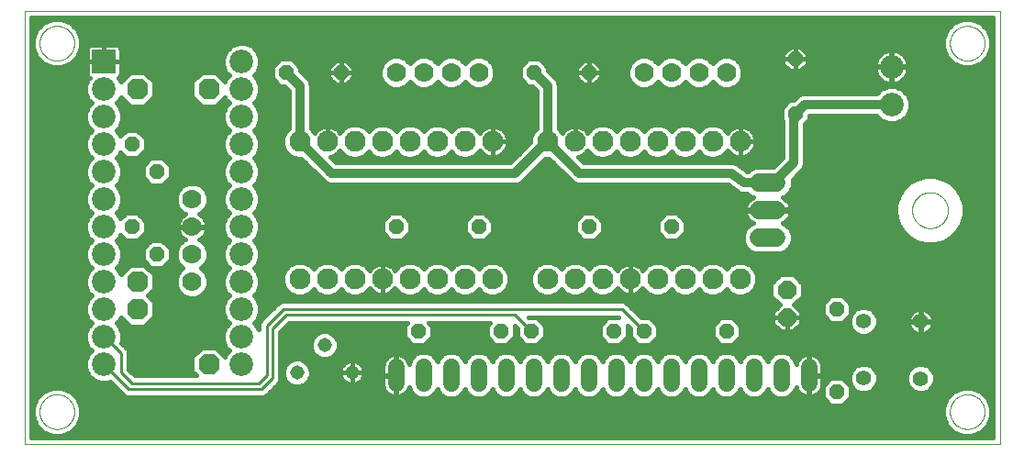
<source format=gbl>
G75*
%MOIN*%
%OFA0B0*%
%FSLAX25Y25*%
%IPPOS*%
%LPD*%
%AMOC8*
5,1,8,0,0,1.08239X$1,22.5*
%
%ADD10C,0.00000*%
%ADD11OC8,0.05200*%
%ADD12OC8,0.06600*%
%ADD13C,0.07000*%
%ADD14C,0.06600*%
%ADD15C,0.08600*%
%ADD16C,0.06000*%
%ADD17C,0.07600*%
%ADD18R,0.08600X0.08600*%
%ADD19C,0.05543*%
%ADD20C,0.05150*%
%ADD21OC8,0.07600*%
%ADD22C,0.01600*%
%ADD23C,0.03200*%
%ADD24C,0.01000*%
D10*
X0001800Y0001800D02*
X0001800Y0159280D01*
X0356131Y0159280D01*
X0356131Y0001800D01*
X0001800Y0001800D01*
X0007312Y0013611D02*
X0007314Y0013769D01*
X0007320Y0013927D01*
X0007330Y0014085D01*
X0007344Y0014243D01*
X0007362Y0014400D01*
X0007383Y0014557D01*
X0007409Y0014713D01*
X0007439Y0014869D01*
X0007472Y0015024D01*
X0007510Y0015177D01*
X0007551Y0015330D01*
X0007596Y0015482D01*
X0007645Y0015633D01*
X0007698Y0015782D01*
X0007754Y0015930D01*
X0007814Y0016076D01*
X0007878Y0016221D01*
X0007946Y0016364D01*
X0008017Y0016506D01*
X0008091Y0016646D01*
X0008169Y0016783D01*
X0008251Y0016919D01*
X0008335Y0017053D01*
X0008424Y0017184D01*
X0008515Y0017313D01*
X0008610Y0017440D01*
X0008707Y0017565D01*
X0008808Y0017687D01*
X0008912Y0017806D01*
X0009019Y0017923D01*
X0009129Y0018037D01*
X0009242Y0018148D01*
X0009357Y0018257D01*
X0009475Y0018362D01*
X0009596Y0018464D01*
X0009719Y0018564D01*
X0009845Y0018660D01*
X0009973Y0018753D01*
X0010103Y0018843D01*
X0010236Y0018929D01*
X0010371Y0019013D01*
X0010507Y0019092D01*
X0010646Y0019169D01*
X0010787Y0019241D01*
X0010929Y0019311D01*
X0011073Y0019376D01*
X0011219Y0019438D01*
X0011366Y0019496D01*
X0011515Y0019551D01*
X0011665Y0019602D01*
X0011816Y0019649D01*
X0011968Y0019692D01*
X0012121Y0019731D01*
X0012276Y0019767D01*
X0012431Y0019798D01*
X0012587Y0019826D01*
X0012743Y0019850D01*
X0012900Y0019870D01*
X0013058Y0019886D01*
X0013215Y0019898D01*
X0013374Y0019906D01*
X0013532Y0019910D01*
X0013690Y0019910D01*
X0013848Y0019906D01*
X0014007Y0019898D01*
X0014164Y0019886D01*
X0014322Y0019870D01*
X0014479Y0019850D01*
X0014635Y0019826D01*
X0014791Y0019798D01*
X0014946Y0019767D01*
X0015101Y0019731D01*
X0015254Y0019692D01*
X0015406Y0019649D01*
X0015557Y0019602D01*
X0015707Y0019551D01*
X0015856Y0019496D01*
X0016003Y0019438D01*
X0016149Y0019376D01*
X0016293Y0019311D01*
X0016435Y0019241D01*
X0016576Y0019169D01*
X0016715Y0019092D01*
X0016851Y0019013D01*
X0016986Y0018929D01*
X0017119Y0018843D01*
X0017249Y0018753D01*
X0017377Y0018660D01*
X0017503Y0018564D01*
X0017626Y0018464D01*
X0017747Y0018362D01*
X0017865Y0018257D01*
X0017980Y0018148D01*
X0018093Y0018037D01*
X0018203Y0017923D01*
X0018310Y0017806D01*
X0018414Y0017687D01*
X0018515Y0017565D01*
X0018612Y0017440D01*
X0018707Y0017313D01*
X0018798Y0017184D01*
X0018887Y0017053D01*
X0018971Y0016919D01*
X0019053Y0016783D01*
X0019131Y0016646D01*
X0019205Y0016506D01*
X0019276Y0016364D01*
X0019344Y0016221D01*
X0019408Y0016076D01*
X0019468Y0015930D01*
X0019524Y0015782D01*
X0019577Y0015633D01*
X0019626Y0015482D01*
X0019671Y0015330D01*
X0019712Y0015177D01*
X0019750Y0015024D01*
X0019783Y0014869D01*
X0019813Y0014713D01*
X0019839Y0014557D01*
X0019860Y0014400D01*
X0019878Y0014243D01*
X0019892Y0014085D01*
X0019902Y0013927D01*
X0019908Y0013769D01*
X0019910Y0013611D01*
X0019908Y0013453D01*
X0019902Y0013295D01*
X0019892Y0013137D01*
X0019878Y0012979D01*
X0019860Y0012822D01*
X0019839Y0012665D01*
X0019813Y0012509D01*
X0019783Y0012353D01*
X0019750Y0012198D01*
X0019712Y0012045D01*
X0019671Y0011892D01*
X0019626Y0011740D01*
X0019577Y0011589D01*
X0019524Y0011440D01*
X0019468Y0011292D01*
X0019408Y0011146D01*
X0019344Y0011001D01*
X0019276Y0010858D01*
X0019205Y0010716D01*
X0019131Y0010576D01*
X0019053Y0010439D01*
X0018971Y0010303D01*
X0018887Y0010169D01*
X0018798Y0010038D01*
X0018707Y0009909D01*
X0018612Y0009782D01*
X0018515Y0009657D01*
X0018414Y0009535D01*
X0018310Y0009416D01*
X0018203Y0009299D01*
X0018093Y0009185D01*
X0017980Y0009074D01*
X0017865Y0008965D01*
X0017747Y0008860D01*
X0017626Y0008758D01*
X0017503Y0008658D01*
X0017377Y0008562D01*
X0017249Y0008469D01*
X0017119Y0008379D01*
X0016986Y0008293D01*
X0016851Y0008209D01*
X0016715Y0008130D01*
X0016576Y0008053D01*
X0016435Y0007981D01*
X0016293Y0007911D01*
X0016149Y0007846D01*
X0016003Y0007784D01*
X0015856Y0007726D01*
X0015707Y0007671D01*
X0015557Y0007620D01*
X0015406Y0007573D01*
X0015254Y0007530D01*
X0015101Y0007491D01*
X0014946Y0007455D01*
X0014791Y0007424D01*
X0014635Y0007396D01*
X0014479Y0007372D01*
X0014322Y0007352D01*
X0014164Y0007336D01*
X0014007Y0007324D01*
X0013848Y0007316D01*
X0013690Y0007312D01*
X0013532Y0007312D01*
X0013374Y0007316D01*
X0013215Y0007324D01*
X0013058Y0007336D01*
X0012900Y0007352D01*
X0012743Y0007372D01*
X0012587Y0007396D01*
X0012431Y0007424D01*
X0012276Y0007455D01*
X0012121Y0007491D01*
X0011968Y0007530D01*
X0011816Y0007573D01*
X0011665Y0007620D01*
X0011515Y0007671D01*
X0011366Y0007726D01*
X0011219Y0007784D01*
X0011073Y0007846D01*
X0010929Y0007911D01*
X0010787Y0007981D01*
X0010646Y0008053D01*
X0010507Y0008130D01*
X0010371Y0008209D01*
X0010236Y0008293D01*
X0010103Y0008379D01*
X0009973Y0008469D01*
X0009845Y0008562D01*
X0009719Y0008658D01*
X0009596Y0008758D01*
X0009475Y0008860D01*
X0009357Y0008965D01*
X0009242Y0009074D01*
X0009129Y0009185D01*
X0009019Y0009299D01*
X0008912Y0009416D01*
X0008808Y0009535D01*
X0008707Y0009657D01*
X0008610Y0009782D01*
X0008515Y0009909D01*
X0008424Y0010038D01*
X0008335Y0010169D01*
X0008251Y0010303D01*
X0008169Y0010439D01*
X0008091Y0010576D01*
X0008017Y0010716D01*
X0007946Y0010858D01*
X0007878Y0011001D01*
X0007814Y0011146D01*
X0007754Y0011292D01*
X0007698Y0011440D01*
X0007645Y0011589D01*
X0007596Y0011740D01*
X0007551Y0011892D01*
X0007510Y0012045D01*
X0007472Y0012198D01*
X0007439Y0012353D01*
X0007409Y0012509D01*
X0007383Y0012665D01*
X0007362Y0012822D01*
X0007344Y0012979D01*
X0007330Y0013137D01*
X0007320Y0013295D01*
X0007314Y0013453D01*
X0007312Y0013611D01*
X0007312Y0147469D02*
X0007314Y0147627D01*
X0007320Y0147785D01*
X0007330Y0147943D01*
X0007344Y0148101D01*
X0007362Y0148258D01*
X0007383Y0148415D01*
X0007409Y0148571D01*
X0007439Y0148727D01*
X0007472Y0148882D01*
X0007510Y0149035D01*
X0007551Y0149188D01*
X0007596Y0149340D01*
X0007645Y0149491D01*
X0007698Y0149640D01*
X0007754Y0149788D01*
X0007814Y0149934D01*
X0007878Y0150079D01*
X0007946Y0150222D01*
X0008017Y0150364D01*
X0008091Y0150504D01*
X0008169Y0150641D01*
X0008251Y0150777D01*
X0008335Y0150911D01*
X0008424Y0151042D01*
X0008515Y0151171D01*
X0008610Y0151298D01*
X0008707Y0151423D01*
X0008808Y0151545D01*
X0008912Y0151664D01*
X0009019Y0151781D01*
X0009129Y0151895D01*
X0009242Y0152006D01*
X0009357Y0152115D01*
X0009475Y0152220D01*
X0009596Y0152322D01*
X0009719Y0152422D01*
X0009845Y0152518D01*
X0009973Y0152611D01*
X0010103Y0152701D01*
X0010236Y0152787D01*
X0010371Y0152871D01*
X0010507Y0152950D01*
X0010646Y0153027D01*
X0010787Y0153099D01*
X0010929Y0153169D01*
X0011073Y0153234D01*
X0011219Y0153296D01*
X0011366Y0153354D01*
X0011515Y0153409D01*
X0011665Y0153460D01*
X0011816Y0153507D01*
X0011968Y0153550D01*
X0012121Y0153589D01*
X0012276Y0153625D01*
X0012431Y0153656D01*
X0012587Y0153684D01*
X0012743Y0153708D01*
X0012900Y0153728D01*
X0013058Y0153744D01*
X0013215Y0153756D01*
X0013374Y0153764D01*
X0013532Y0153768D01*
X0013690Y0153768D01*
X0013848Y0153764D01*
X0014007Y0153756D01*
X0014164Y0153744D01*
X0014322Y0153728D01*
X0014479Y0153708D01*
X0014635Y0153684D01*
X0014791Y0153656D01*
X0014946Y0153625D01*
X0015101Y0153589D01*
X0015254Y0153550D01*
X0015406Y0153507D01*
X0015557Y0153460D01*
X0015707Y0153409D01*
X0015856Y0153354D01*
X0016003Y0153296D01*
X0016149Y0153234D01*
X0016293Y0153169D01*
X0016435Y0153099D01*
X0016576Y0153027D01*
X0016715Y0152950D01*
X0016851Y0152871D01*
X0016986Y0152787D01*
X0017119Y0152701D01*
X0017249Y0152611D01*
X0017377Y0152518D01*
X0017503Y0152422D01*
X0017626Y0152322D01*
X0017747Y0152220D01*
X0017865Y0152115D01*
X0017980Y0152006D01*
X0018093Y0151895D01*
X0018203Y0151781D01*
X0018310Y0151664D01*
X0018414Y0151545D01*
X0018515Y0151423D01*
X0018612Y0151298D01*
X0018707Y0151171D01*
X0018798Y0151042D01*
X0018887Y0150911D01*
X0018971Y0150777D01*
X0019053Y0150641D01*
X0019131Y0150504D01*
X0019205Y0150364D01*
X0019276Y0150222D01*
X0019344Y0150079D01*
X0019408Y0149934D01*
X0019468Y0149788D01*
X0019524Y0149640D01*
X0019577Y0149491D01*
X0019626Y0149340D01*
X0019671Y0149188D01*
X0019712Y0149035D01*
X0019750Y0148882D01*
X0019783Y0148727D01*
X0019813Y0148571D01*
X0019839Y0148415D01*
X0019860Y0148258D01*
X0019878Y0148101D01*
X0019892Y0147943D01*
X0019902Y0147785D01*
X0019908Y0147627D01*
X0019910Y0147469D01*
X0019908Y0147311D01*
X0019902Y0147153D01*
X0019892Y0146995D01*
X0019878Y0146837D01*
X0019860Y0146680D01*
X0019839Y0146523D01*
X0019813Y0146367D01*
X0019783Y0146211D01*
X0019750Y0146056D01*
X0019712Y0145903D01*
X0019671Y0145750D01*
X0019626Y0145598D01*
X0019577Y0145447D01*
X0019524Y0145298D01*
X0019468Y0145150D01*
X0019408Y0145004D01*
X0019344Y0144859D01*
X0019276Y0144716D01*
X0019205Y0144574D01*
X0019131Y0144434D01*
X0019053Y0144297D01*
X0018971Y0144161D01*
X0018887Y0144027D01*
X0018798Y0143896D01*
X0018707Y0143767D01*
X0018612Y0143640D01*
X0018515Y0143515D01*
X0018414Y0143393D01*
X0018310Y0143274D01*
X0018203Y0143157D01*
X0018093Y0143043D01*
X0017980Y0142932D01*
X0017865Y0142823D01*
X0017747Y0142718D01*
X0017626Y0142616D01*
X0017503Y0142516D01*
X0017377Y0142420D01*
X0017249Y0142327D01*
X0017119Y0142237D01*
X0016986Y0142151D01*
X0016851Y0142067D01*
X0016715Y0141988D01*
X0016576Y0141911D01*
X0016435Y0141839D01*
X0016293Y0141769D01*
X0016149Y0141704D01*
X0016003Y0141642D01*
X0015856Y0141584D01*
X0015707Y0141529D01*
X0015557Y0141478D01*
X0015406Y0141431D01*
X0015254Y0141388D01*
X0015101Y0141349D01*
X0014946Y0141313D01*
X0014791Y0141282D01*
X0014635Y0141254D01*
X0014479Y0141230D01*
X0014322Y0141210D01*
X0014164Y0141194D01*
X0014007Y0141182D01*
X0013848Y0141174D01*
X0013690Y0141170D01*
X0013532Y0141170D01*
X0013374Y0141174D01*
X0013215Y0141182D01*
X0013058Y0141194D01*
X0012900Y0141210D01*
X0012743Y0141230D01*
X0012587Y0141254D01*
X0012431Y0141282D01*
X0012276Y0141313D01*
X0012121Y0141349D01*
X0011968Y0141388D01*
X0011816Y0141431D01*
X0011665Y0141478D01*
X0011515Y0141529D01*
X0011366Y0141584D01*
X0011219Y0141642D01*
X0011073Y0141704D01*
X0010929Y0141769D01*
X0010787Y0141839D01*
X0010646Y0141911D01*
X0010507Y0141988D01*
X0010371Y0142067D01*
X0010236Y0142151D01*
X0010103Y0142237D01*
X0009973Y0142327D01*
X0009845Y0142420D01*
X0009719Y0142516D01*
X0009596Y0142616D01*
X0009475Y0142718D01*
X0009357Y0142823D01*
X0009242Y0142932D01*
X0009129Y0143043D01*
X0009019Y0143157D01*
X0008912Y0143274D01*
X0008808Y0143393D01*
X0008707Y0143515D01*
X0008610Y0143640D01*
X0008515Y0143767D01*
X0008424Y0143896D01*
X0008335Y0144027D01*
X0008251Y0144161D01*
X0008169Y0144297D01*
X0008091Y0144434D01*
X0008017Y0144574D01*
X0007946Y0144716D01*
X0007878Y0144859D01*
X0007814Y0145004D01*
X0007754Y0145150D01*
X0007698Y0145298D01*
X0007645Y0145447D01*
X0007596Y0145598D01*
X0007551Y0145750D01*
X0007510Y0145903D01*
X0007472Y0146056D01*
X0007439Y0146211D01*
X0007409Y0146367D01*
X0007383Y0146523D01*
X0007362Y0146680D01*
X0007344Y0146837D01*
X0007330Y0146995D01*
X0007320Y0147153D01*
X0007314Y0147311D01*
X0007312Y0147469D01*
X0324300Y0086800D02*
X0324302Y0086961D01*
X0324308Y0087121D01*
X0324318Y0087282D01*
X0324332Y0087442D01*
X0324350Y0087602D01*
X0324371Y0087761D01*
X0324397Y0087920D01*
X0324427Y0088078D01*
X0324460Y0088235D01*
X0324498Y0088392D01*
X0324539Y0088547D01*
X0324584Y0088701D01*
X0324633Y0088854D01*
X0324686Y0089006D01*
X0324742Y0089157D01*
X0324803Y0089306D01*
X0324866Y0089454D01*
X0324934Y0089600D01*
X0325005Y0089744D01*
X0325079Y0089886D01*
X0325157Y0090027D01*
X0325239Y0090165D01*
X0325324Y0090302D01*
X0325412Y0090436D01*
X0325504Y0090568D01*
X0325599Y0090698D01*
X0325697Y0090826D01*
X0325798Y0090951D01*
X0325902Y0091073D01*
X0326009Y0091193D01*
X0326119Y0091310D01*
X0326232Y0091425D01*
X0326348Y0091536D01*
X0326467Y0091645D01*
X0326588Y0091750D01*
X0326712Y0091853D01*
X0326838Y0091953D01*
X0326966Y0092049D01*
X0327097Y0092142D01*
X0327231Y0092232D01*
X0327366Y0092319D01*
X0327504Y0092402D01*
X0327643Y0092482D01*
X0327785Y0092558D01*
X0327928Y0092631D01*
X0328073Y0092700D01*
X0328220Y0092766D01*
X0328368Y0092828D01*
X0328518Y0092886D01*
X0328669Y0092941D01*
X0328822Y0092992D01*
X0328976Y0093039D01*
X0329131Y0093082D01*
X0329287Y0093121D01*
X0329443Y0093157D01*
X0329601Y0093188D01*
X0329759Y0093216D01*
X0329918Y0093240D01*
X0330078Y0093260D01*
X0330238Y0093276D01*
X0330398Y0093288D01*
X0330559Y0093296D01*
X0330720Y0093300D01*
X0330880Y0093300D01*
X0331041Y0093296D01*
X0331202Y0093288D01*
X0331362Y0093276D01*
X0331522Y0093260D01*
X0331682Y0093240D01*
X0331841Y0093216D01*
X0331999Y0093188D01*
X0332157Y0093157D01*
X0332313Y0093121D01*
X0332469Y0093082D01*
X0332624Y0093039D01*
X0332778Y0092992D01*
X0332931Y0092941D01*
X0333082Y0092886D01*
X0333232Y0092828D01*
X0333380Y0092766D01*
X0333527Y0092700D01*
X0333672Y0092631D01*
X0333815Y0092558D01*
X0333957Y0092482D01*
X0334096Y0092402D01*
X0334234Y0092319D01*
X0334369Y0092232D01*
X0334503Y0092142D01*
X0334634Y0092049D01*
X0334762Y0091953D01*
X0334888Y0091853D01*
X0335012Y0091750D01*
X0335133Y0091645D01*
X0335252Y0091536D01*
X0335368Y0091425D01*
X0335481Y0091310D01*
X0335591Y0091193D01*
X0335698Y0091073D01*
X0335802Y0090951D01*
X0335903Y0090826D01*
X0336001Y0090698D01*
X0336096Y0090568D01*
X0336188Y0090436D01*
X0336276Y0090302D01*
X0336361Y0090165D01*
X0336443Y0090027D01*
X0336521Y0089886D01*
X0336595Y0089744D01*
X0336666Y0089600D01*
X0336734Y0089454D01*
X0336797Y0089306D01*
X0336858Y0089157D01*
X0336914Y0089006D01*
X0336967Y0088854D01*
X0337016Y0088701D01*
X0337061Y0088547D01*
X0337102Y0088392D01*
X0337140Y0088235D01*
X0337173Y0088078D01*
X0337203Y0087920D01*
X0337229Y0087761D01*
X0337250Y0087602D01*
X0337268Y0087442D01*
X0337282Y0087282D01*
X0337292Y0087121D01*
X0337298Y0086961D01*
X0337300Y0086800D01*
X0337298Y0086639D01*
X0337292Y0086479D01*
X0337282Y0086318D01*
X0337268Y0086158D01*
X0337250Y0085998D01*
X0337229Y0085839D01*
X0337203Y0085680D01*
X0337173Y0085522D01*
X0337140Y0085365D01*
X0337102Y0085208D01*
X0337061Y0085053D01*
X0337016Y0084899D01*
X0336967Y0084746D01*
X0336914Y0084594D01*
X0336858Y0084443D01*
X0336797Y0084294D01*
X0336734Y0084146D01*
X0336666Y0084000D01*
X0336595Y0083856D01*
X0336521Y0083714D01*
X0336443Y0083573D01*
X0336361Y0083435D01*
X0336276Y0083298D01*
X0336188Y0083164D01*
X0336096Y0083032D01*
X0336001Y0082902D01*
X0335903Y0082774D01*
X0335802Y0082649D01*
X0335698Y0082527D01*
X0335591Y0082407D01*
X0335481Y0082290D01*
X0335368Y0082175D01*
X0335252Y0082064D01*
X0335133Y0081955D01*
X0335012Y0081850D01*
X0334888Y0081747D01*
X0334762Y0081647D01*
X0334634Y0081551D01*
X0334503Y0081458D01*
X0334369Y0081368D01*
X0334234Y0081281D01*
X0334096Y0081198D01*
X0333957Y0081118D01*
X0333815Y0081042D01*
X0333672Y0080969D01*
X0333527Y0080900D01*
X0333380Y0080834D01*
X0333232Y0080772D01*
X0333082Y0080714D01*
X0332931Y0080659D01*
X0332778Y0080608D01*
X0332624Y0080561D01*
X0332469Y0080518D01*
X0332313Y0080479D01*
X0332157Y0080443D01*
X0331999Y0080412D01*
X0331841Y0080384D01*
X0331682Y0080360D01*
X0331522Y0080340D01*
X0331362Y0080324D01*
X0331202Y0080312D01*
X0331041Y0080304D01*
X0330880Y0080300D01*
X0330720Y0080300D01*
X0330559Y0080304D01*
X0330398Y0080312D01*
X0330238Y0080324D01*
X0330078Y0080340D01*
X0329918Y0080360D01*
X0329759Y0080384D01*
X0329601Y0080412D01*
X0329443Y0080443D01*
X0329287Y0080479D01*
X0329131Y0080518D01*
X0328976Y0080561D01*
X0328822Y0080608D01*
X0328669Y0080659D01*
X0328518Y0080714D01*
X0328368Y0080772D01*
X0328220Y0080834D01*
X0328073Y0080900D01*
X0327928Y0080969D01*
X0327785Y0081042D01*
X0327643Y0081118D01*
X0327504Y0081198D01*
X0327366Y0081281D01*
X0327231Y0081368D01*
X0327097Y0081458D01*
X0326966Y0081551D01*
X0326838Y0081647D01*
X0326712Y0081747D01*
X0326588Y0081850D01*
X0326467Y0081955D01*
X0326348Y0082064D01*
X0326232Y0082175D01*
X0326119Y0082290D01*
X0326009Y0082407D01*
X0325902Y0082527D01*
X0325798Y0082649D01*
X0325697Y0082774D01*
X0325599Y0082902D01*
X0325504Y0083032D01*
X0325412Y0083164D01*
X0325324Y0083298D01*
X0325239Y0083435D01*
X0325157Y0083573D01*
X0325079Y0083714D01*
X0325005Y0083856D01*
X0324934Y0084000D01*
X0324866Y0084146D01*
X0324803Y0084294D01*
X0324742Y0084443D01*
X0324686Y0084594D01*
X0324633Y0084746D01*
X0324584Y0084899D01*
X0324539Y0085053D01*
X0324498Y0085208D01*
X0324460Y0085365D01*
X0324427Y0085522D01*
X0324397Y0085680D01*
X0324371Y0085839D01*
X0324350Y0085998D01*
X0324332Y0086158D01*
X0324318Y0086318D01*
X0324308Y0086479D01*
X0324302Y0086639D01*
X0324300Y0086800D01*
X0338021Y0147469D02*
X0338023Y0147627D01*
X0338029Y0147785D01*
X0338039Y0147943D01*
X0338053Y0148101D01*
X0338071Y0148258D01*
X0338092Y0148415D01*
X0338118Y0148571D01*
X0338148Y0148727D01*
X0338181Y0148882D01*
X0338219Y0149035D01*
X0338260Y0149188D01*
X0338305Y0149340D01*
X0338354Y0149491D01*
X0338407Y0149640D01*
X0338463Y0149788D01*
X0338523Y0149934D01*
X0338587Y0150079D01*
X0338655Y0150222D01*
X0338726Y0150364D01*
X0338800Y0150504D01*
X0338878Y0150641D01*
X0338960Y0150777D01*
X0339044Y0150911D01*
X0339133Y0151042D01*
X0339224Y0151171D01*
X0339319Y0151298D01*
X0339416Y0151423D01*
X0339517Y0151545D01*
X0339621Y0151664D01*
X0339728Y0151781D01*
X0339838Y0151895D01*
X0339951Y0152006D01*
X0340066Y0152115D01*
X0340184Y0152220D01*
X0340305Y0152322D01*
X0340428Y0152422D01*
X0340554Y0152518D01*
X0340682Y0152611D01*
X0340812Y0152701D01*
X0340945Y0152787D01*
X0341080Y0152871D01*
X0341216Y0152950D01*
X0341355Y0153027D01*
X0341496Y0153099D01*
X0341638Y0153169D01*
X0341782Y0153234D01*
X0341928Y0153296D01*
X0342075Y0153354D01*
X0342224Y0153409D01*
X0342374Y0153460D01*
X0342525Y0153507D01*
X0342677Y0153550D01*
X0342830Y0153589D01*
X0342985Y0153625D01*
X0343140Y0153656D01*
X0343296Y0153684D01*
X0343452Y0153708D01*
X0343609Y0153728D01*
X0343767Y0153744D01*
X0343924Y0153756D01*
X0344083Y0153764D01*
X0344241Y0153768D01*
X0344399Y0153768D01*
X0344557Y0153764D01*
X0344716Y0153756D01*
X0344873Y0153744D01*
X0345031Y0153728D01*
X0345188Y0153708D01*
X0345344Y0153684D01*
X0345500Y0153656D01*
X0345655Y0153625D01*
X0345810Y0153589D01*
X0345963Y0153550D01*
X0346115Y0153507D01*
X0346266Y0153460D01*
X0346416Y0153409D01*
X0346565Y0153354D01*
X0346712Y0153296D01*
X0346858Y0153234D01*
X0347002Y0153169D01*
X0347144Y0153099D01*
X0347285Y0153027D01*
X0347424Y0152950D01*
X0347560Y0152871D01*
X0347695Y0152787D01*
X0347828Y0152701D01*
X0347958Y0152611D01*
X0348086Y0152518D01*
X0348212Y0152422D01*
X0348335Y0152322D01*
X0348456Y0152220D01*
X0348574Y0152115D01*
X0348689Y0152006D01*
X0348802Y0151895D01*
X0348912Y0151781D01*
X0349019Y0151664D01*
X0349123Y0151545D01*
X0349224Y0151423D01*
X0349321Y0151298D01*
X0349416Y0151171D01*
X0349507Y0151042D01*
X0349596Y0150911D01*
X0349680Y0150777D01*
X0349762Y0150641D01*
X0349840Y0150504D01*
X0349914Y0150364D01*
X0349985Y0150222D01*
X0350053Y0150079D01*
X0350117Y0149934D01*
X0350177Y0149788D01*
X0350233Y0149640D01*
X0350286Y0149491D01*
X0350335Y0149340D01*
X0350380Y0149188D01*
X0350421Y0149035D01*
X0350459Y0148882D01*
X0350492Y0148727D01*
X0350522Y0148571D01*
X0350548Y0148415D01*
X0350569Y0148258D01*
X0350587Y0148101D01*
X0350601Y0147943D01*
X0350611Y0147785D01*
X0350617Y0147627D01*
X0350619Y0147469D01*
X0350617Y0147311D01*
X0350611Y0147153D01*
X0350601Y0146995D01*
X0350587Y0146837D01*
X0350569Y0146680D01*
X0350548Y0146523D01*
X0350522Y0146367D01*
X0350492Y0146211D01*
X0350459Y0146056D01*
X0350421Y0145903D01*
X0350380Y0145750D01*
X0350335Y0145598D01*
X0350286Y0145447D01*
X0350233Y0145298D01*
X0350177Y0145150D01*
X0350117Y0145004D01*
X0350053Y0144859D01*
X0349985Y0144716D01*
X0349914Y0144574D01*
X0349840Y0144434D01*
X0349762Y0144297D01*
X0349680Y0144161D01*
X0349596Y0144027D01*
X0349507Y0143896D01*
X0349416Y0143767D01*
X0349321Y0143640D01*
X0349224Y0143515D01*
X0349123Y0143393D01*
X0349019Y0143274D01*
X0348912Y0143157D01*
X0348802Y0143043D01*
X0348689Y0142932D01*
X0348574Y0142823D01*
X0348456Y0142718D01*
X0348335Y0142616D01*
X0348212Y0142516D01*
X0348086Y0142420D01*
X0347958Y0142327D01*
X0347828Y0142237D01*
X0347695Y0142151D01*
X0347560Y0142067D01*
X0347424Y0141988D01*
X0347285Y0141911D01*
X0347144Y0141839D01*
X0347002Y0141769D01*
X0346858Y0141704D01*
X0346712Y0141642D01*
X0346565Y0141584D01*
X0346416Y0141529D01*
X0346266Y0141478D01*
X0346115Y0141431D01*
X0345963Y0141388D01*
X0345810Y0141349D01*
X0345655Y0141313D01*
X0345500Y0141282D01*
X0345344Y0141254D01*
X0345188Y0141230D01*
X0345031Y0141210D01*
X0344873Y0141194D01*
X0344716Y0141182D01*
X0344557Y0141174D01*
X0344399Y0141170D01*
X0344241Y0141170D01*
X0344083Y0141174D01*
X0343924Y0141182D01*
X0343767Y0141194D01*
X0343609Y0141210D01*
X0343452Y0141230D01*
X0343296Y0141254D01*
X0343140Y0141282D01*
X0342985Y0141313D01*
X0342830Y0141349D01*
X0342677Y0141388D01*
X0342525Y0141431D01*
X0342374Y0141478D01*
X0342224Y0141529D01*
X0342075Y0141584D01*
X0341928Y0141642D01*
X0341782Y0141704D01*
X0341638Y0141769D01*
X0341496Y0141839D01*
X0341355Y0141911D01*
X0341216Y0141988D01*
X0341080Y0142067D01*
X0340945Y0142151D01*
X0340812Y0142237D01*
X0340682Y0142327D01*
X0340554Y0142420D01*
X0340428Y0142516D01*
X0340305Y0142616D01*
X0340184Y0142718D01*
X0340066Y0142823D01*
X0339951Y0142932D01*
X0339838Y0143043D01*
X0339728Y0143157D01*
X0339621Y0143274D01*
X0339517Y0143393D01*
X0339416Y0143515D01*
X0339319Y0143640D01*
X0339224Y0143767D01*
X0339133Y0143896D01*
X0339044Y0144027D01*
X0338960Y0144161D01*
X0338878Y0144297D01*
X0338800Y0144434D01*
X0338726Y0144574D01*
X0338655Y0144716D01*
X0338587Y0144859D01*
X0338523Y0145004D01*
X0338463Y0145150D01*
X0338407Y0145298D01*
X0338354Y0145447D01*
X0338305Y0145598D01*
X0338260Y0145750D01*
X0338219Y0145903D01*
X0338181Y0146056D01*
X0338148Y0146211D01*
X0338118Y0146367D01*
X0338092Y0146523D01*
X0338071Y0146680D01*
X0338053Y0146837D01*
X0338039Y0146995D01*
X0338029Y0147153D01*
X0338023Y0147311D01*
X0338021Y0147469D01*
X0338021Y0013611D02*
X0338023Y0013769D01*
X0338029Y0013927D01*
X0338039Y0014085D01*
X0338053Y0014243D01*
X0338071Y0014400D01*
X0338092Y0014557D01*
X0338118Y0014713D01*
X0338148Y0014869D01*
X0338181Y0015024D01*
X0338219Y0015177D01*
X0338260Y0015330D01*
X0338305Y0015482D01*
X0338354Y0015633D01*
X0338407Y0015782D01*
X0338463Y0015930D01*
X0338523Y0016076D01*
X0338587Y0016221D01*
X0338655Y0016364D01*
X0338726Y0016506D01*
X0338800Y0016646D01*
X0338878Y0016783D01*
X0338960Y0016919D01*
X0339044Y0017053D01*
X0339133Y0017184D01*
X0339224Y0017313D01*
X0339319Y0017440D01*
X0339416Y0017565D01*
X0339517Y0017687D01*
X0339621Y0017806D01*
X0339728Y0017923D01*
X0339838Y0018037D01*
X0339951Y0018148D01*
X0340066Y0018257D01*
X0340184Y0018362D01*
X0340305Y0018464D01*
X0340428Y0018564D01*
X0340554Y0018660D01*
X0340682Y0018753D01*
X0340812Y0018843D01*
X0340945Y0018929D01*
X0341080Y0019013D01*
X0341216Y0019092D01*
X0341355Y0019169D01*
X0341496Y0019241D01*
X0341638Y0019311D01*
X0341782Y0019376D01*
X0341928Y0019438D01*
X0342075Y0019496D01*
X0342224Y0019551D01*
X0342374Y0019602D01*
X0342525Y0019649D01*
X0342677Y0019692D01*
X0342830Y0019731D01*
X0342985Y0019767D01*
X0343140Y0019798D01*
X0343296Y0019826D01*
X0343452Y0019850D01*
X0343609Y0019870D01*
X0343767Y0019886D01*
X0343924Y0019898D01*
X0344083Y0019906D01*
X0344241Y0019910D01*
X0344399Y0019910D01*
X0344557Y0019906D01*
X0344716Y0019898D01*
X0344873Y0019886D01*
X0345031Y0019870D01*
X0345188Y0019850D01*
X0345344Y0019826D01*
X0345500Y0019798D01*
X0345655Y0019767D01*
X0345810Y0019731D01*
X0345963Y0019692D01*
X0346115Y0019649D01*
X0346266Y0019602D01*
X0346416Y0019551D01*
X0346565Y0019496D01*
X0346712Y0019438D01*
X0346858Y0019376D01*
X0347002Y0019311D01*
X0347144Y0019241D01*
X0347285Y0019169D01*
X0347424Y0019092D01*
X0347560Y0019013D01*
X0347695Y0018929D01*
X0347828Y0018843D01*
X0347958Y0018753D01*
X0348086Y0018660D01*
X0348212Y0018564D01*
X0348335Y0018464D01*
X0348456Y0018362D01*
X0348574Y0018257D01*
X0348689Y0018148D01*
X0348802Y0018037D01*
X0348912Y0017923D01*
X0349019Y0017806D01*
X0349123Y0017687D01*
X0349224Y0017565D01*
X0349321Y0017440D01*
X0349416Y0017313D01*
X0349507Y0017184D01*
X0349596Y0017053D01*
X0349680Y0016919D01*
X0349762Y0016783D01*
X0349840Y0016646D01*
X0349914Y0016506D01*
X0349985Y0016364D01*
X0350053Y0016221D01*
X0350117Y0016076D01*
X0350177Y0015930D01*
X0350233Y0015782D01*
X0350286Y0015633D01*
X0350335Y0015482D01*
X0350380Y0015330D01*
X0350421Y0015177D01*
X0350459Y0015024D01*
X0350492Y0014869D01*
X0350522Y0014713D01*
X0350548Y0014557D01*
X0350569Y0014400D01*
X0350587Y0014243D01*
X0350601Y0014085D01*
X0350611Y0013927D01*
X0350617Y0013769D01*
X0350619Y0013611D01*
X0350617Y0013453D01*
X0350611Y0013295D01*
X0350601Y0013137D01*
X0350587Y0012979D01*
X0350569Y0012822D01*
X0350548Y0012665D01*
X0350522Y0012509D01*
X0350492Y0012353D01*
X0350459Y0012198D01*
X0350421Y0012045D01*
X0350380Y0011892D01*
X0350335Y0011740D01*
X0350286Y0011589D01*
X0350233Y0011440D01*
X0350177Y0011292D01*
X0350117Y0011146D01*
X0350053Y0011001D01*
X0349985Y0010858D01*
X0349914Y0010716D01*
X0349840Y0010576D01*
X0349762Y0010439D01*
X0349680Y0010303D01*
X0349596Y0010169D01*
X0349507Y0010038D01*
X0349416Y0009909D01*
X0349321Y0009782D01*
X0349224Y0009657D01*
X0349123Y0009535D01*
X0349019Y0009416D01*
X0348912Y0009299D01*
X0348802Y0009185D01*
X0348689Y0009074D01*
X0348574Y0008965D01*
X0348456Y0008860D01*
X0348335Y0008758D01*
X0348212Y0008658D01*
X0348086Y0008562D01*
X0347958Y0008469D01*
X0347828Y0008379D01*
X0347695Y0008293D01*
X0347560Y0008209D01*
X0347424Y0008130D01*
X0347285Y0008053D01*
X0347144Y0007981D01*
X0347002Y0007911D01*
X0346858Y0007846D01*
X0346712Y0007784D01*
X0346565Y0007726D01*
X0346416Y0007671D01*
X0346266Y0007620D01*
X0346115Y0007573D01*
X0345963Y0007530D01*
X0345810Y0007491D01*
X0345655Y0007455D01*
X0345500Y0007424D01*
X0345344Y0007396D01*
X0345188Y0007372D01*
X0345031Y0007352D01*
X0344873Y0007336D01*
X0344716Y0007324D01*
X0344557Y0007316D01*
X0344399Y0007312D01*
X0344241Y0007312D01*
X0344083Y0007316D01*
X0343924Y0007324D01*
X0343767Y0007336D01*
X0343609Y0007352D01*
X0343452Y0007372D01*
X0343296Y0007396D01*
X0343140Y0007424D01*
X0342985Y0007455D01*
X0342830Y0007491D01*
X0342677Y0007530D01*
X0342525Y0007573D01*
X0342374Y0007620D01*
X0342224Y0007671D01*
X0342075Y0007726D01*
X0341928Y0007784D01*
X0341782Y0007846D01*
X0341638Y0007911D01*
X0341496Y0007981D01*
X0341355Y0008053D01*
X0341216Y0008130D01*
X0341080Y0008209D01*
X0340945Y0008293D01*
X0340812Y0008379D01*
X0340682Y0008469D01*
X0340554Y0008562D01*
X0340428Y0008658D01*
X0340305Y0008758D01*
X0340184Y0008860D01*
X0340066Y0008965D01*
X0339951Y0009074D01*
X0339838Y0009185D01*
X0339728Y0009299D01*
X0339621Y0009416D01*
X0339517Y0009535D01*
X0339416Y0009657D01*
X0339319Y0009782D01*
X0339224Y0009909D01*
X0339133Y0010038D01*
X0339044Y0010169D01*
X0338960Y0010303D01*
X0338878Y0010439D01*
X0338800Y0010576D01*
X0338726Y0010716D01*
X0338655Y0010858D01*
X0338587Y0011001D01*
X0338523Y0011146D01*
X0338463Y0011292D01*
X0338407Y0011440D01*
X0338354Y0011589D01*
X0338305Y0011740D01*
X0338260Y0011892D01*
X0338219Y0012045D01*
X0338181Y0012198D01*
X0338148Y0012353D01*
X0338118Y0012509D01*
X0338092Y0012665D01*
X0338071Y0012822D01*
X0338053Y0012979D01*
X0338039Y0013137D01*
X0338029Y0013295D01*
X0338023Y0013453D01*
X0338021Y0013611D01*
D11*
X0296800Y0020800D03*
X0256800Y0042800D03*
X0226800Y0042800D03*
X0215800Y0042800D03*
X0185800Y0042800D03*
X0174800Y0042800D03*
X0144800Y0042800D03*
X0136800Y0080800D03*
X0166800Y0080800D03*
X0206800Y0080800D03*
X0236800Y0080800D03*
X0296800Y0050800D03*
X0281800Y0121800D03*
X0281800Y0141800D03*
X0206800Y0136800D03*
X0186800Y0136800D03*
X0116800Y0136800D03*
X0096800Y0136800D03*
X0040800Y0110800D03*
X0049800Y0100800D03*
X0040800Y0080800D03*
X0049800Y0070800D03*
D12*
X0278800Y0057800D03*
X0278800Y0047800D03*
D13*
X0256800Y0136800D03*
X0246800Y0136800D03*
X0236800Y0136800D03*
X0226800Y0136800D03*
X0166800Y0136800D03*
X0156800Y0136800D03*
X0146800Y0136800D03*
X0136800Y0136800D03*
X0062737Y0090737D03*
X0062737Y0080737D03*
X0062737Y0070737D03*
X0062737Y0060737D03*
D14*
X0268500Y0076800D02*
X0275100Y0076800D01*
X0275100Y0086800D02*
X0268500Y0086800D01*
X0268500Y0096800D02*
X0275100Y0096800D01*
D15*
X0316800Y0125107D03*
X0316800Y0138887D03*
X0080737Y0140737D03*
X0080737Y0130737D03*
X0080737Y0120737D03*
X0080737Y0110737D03*
X0080737Y0100737D03*
X0080737Y0090737D03*
X0080737Y0080737D03*
X0080737Y0070737D03*
X0080737Y0060737D03*
X0080737Y0050737D03*
X0080737Y0040737D03*
X0080737Y0030737D03*
X0030737Y0030737D03*
X0030737Y0040737D03*
X0030737Y0050737D03*
X0030737Y0060737D03*
X0030737Y0070737D03*
X0030737Y0080737D03*
X0030737Y0090737D03*
X0030737Y0100737D03*
X0030737Y0110737D03*
X0030737Y0120737D03*
X0030737Y0130737D03*
D16*
X0136800Y0029800D02*
X0136800Y0023800D01*
X0146800Y0023800D02*
X0146800Y0029800D01*
X0156800Y0029800D02*
X0156800Y0023800D01*
X0166800Y0023800D02*
X0166800Y0029800D01*
X0176800Y0029800D02*
X0176800Y0023800D01*
X0186800Y0023800D02*
X0186800Y0029800D01*
X0196800Y0029800D02*
X0196800Y0023800D01*
X0206800Y0023800D02*
X0206800Y0029800D01*
X0216800Y0029800D02*
X0216800Y0023800D01*
X0226800Y0023800D02*
X0226800Y0029800D01*
X0236800Y0029800D02*
X0236800Y0023800D01*
X0246800Y0023800D02*
X0246800Y0029800D01*
X0256800Y0029800D02*
X0256800Y0023800D01*
X0266800Y0023800D02*
X0266800Y0029800D01*
X0276800Y0029800D02*
X0276800Y0023800D01*
X0286800Y0023800D02*
X0286800Y0029800D01*
D17*
X0261800Y0061800D03*
X0251800Y0061800D03*
X0241800Y0061800D03*
X0231800Y0061800D03*
X0221800Y0061800D03*
X0211800Y0061800D03*
X0201800Y0061800D03*
X0191800Y0061800D03*
X0171800Y0061800D03*
X0161800Y0061800D03*
X0151800Y0061800D03*
X0141800Y0061800D03*
X0131800Y0061800D03*
X0121800Y0061800D03*
X0111800Y0061800D03*
X0101800Y0061800D03*
X0101800Y0111800D03*
X0111800Y0111800D03*
X0121800Y0111800D03*
X0131800Y0111800D03*
X0141800Y0111800D03*
X0151800Y0111800D03*
X0161800Y0111800D03*
X0171800Y0111800D03*
X0191800Y0111800D03*
X0201800Y0111800D03*
X0211800Y0111800D03*
X0221800Y0111800D03*
X0231800Y0111800D03*
X0241800Y0111800D03*
X0251800Y0111800D03*
X0261800Y0111800D03*
D18*
X0030737Y0140737D03*
D19*
X0306646Y0046414D03*
X0327367Y0046367D03*
X0327383Y0025666D03*
X0306662Y0025713D03*
D20*
X0120800Y0027800D03*
X0100800Y0027800D03*
X0110800Y0037800D03*
D21*
X0068800Y0030800D03*
X0042800Y0050800D03*
X0042800Y0060800D03*
X0042800Y0130800D03*
X0068800Y0130800D03*
D22*
X0074699Y0133669D02*
X0071368Y0137000D01*
X0066232Y0137000D01*
X0062600Y0133368D01*
X0062600Y0128232D01*
X0066232Y0124600D01*
X0071368Y0124600D01*
X0074662Y0127894D01*
X0075057Y0126942D01*
X0076262Y0125737D01*
X0075057Y0124532D01*
X0074037Y0122070D01*
X0074037Y0119404D01*
X0075057Y0116942D01*
X0076262Y0115737D01*
X0075057Y0114532D01*
X0074037Y0112070D01*
X0074037Y0109404D01*
X0075057Y0106942D01*
X0076262Y0105737D01*
X0075057Y0104532D01*
X0074037Y0102070D01*
X0074037Y0099404D01*
X0075057Y0096942D01*
X0076262Y0095737D01*
X0075057Y0094532D01*
X0074037Y0092070D01*
X0074037Y0089404D01*
X0075057Y0086942D01*
X0076262Y0085737D01*
X0075057Y0084532D01*
X0074037Y0082070D01*
X0074037Y0079404D01*
X0075057Y0076942D01*
X0076262Y0075737D01*
X0075057Y0074532D01*
X0074037Y0072070D01*
X0074037Y0069404D01*
X0075057Y0066942D01*
X0076262Y0065737D01*
X0075057Y0064532D01*
X0074037Y0062070D01*
X0074037Y0059404D01*
X0075057Y0056942D01*
X0076262Y0055737D01*
X0075057Y0054532D01*
X0074037Y0052070D01*
X0074037Y0049404D01*
X0075057Y0046942D01*
X0076262Y0045737D01*
X0075057Y0044532D01*
X0074037Y0042070D01*
X0074037Y0039404D01*
X0075057Y0036942D01*
X0076262Y0035737D01*
X0075057Y0034532D01*
X0074699Y0033669D01*
X0071368Y0037000D01*
X0066232Y0037000D01*
X0062600Y0033368D01*
X0062600Y0028232D01*
X0064132Y0026700D01*
X0042001Y0026700D01*
X0039700Y0029001D01*
X0039700Y0035377D01*
X0039258Y0036443D01*
X0038443Y0037258D01*
X0037103Y0038598D01*
X0037437Y0039404D01*
X0037437Y0042070D01*
X0036417Y0044532D01*
X0035212Y0045737D01*
X0036417Y0046942D01*
X0036848Y0047983D01*
X0040232Y0044600D01*
X0045368Y0044600D01*
X0049000Y0048232D01*
X0049000Y0053368D01*
X0046568Y0055800D01*
X0049000Y0058232D01*
X0049000Y0063368D01*
X0045368Y0067000D01*
X0040232Y0067000D01*
X0036812Y0063580D01*
X0036417Y0064532D01*
X0035212Y0065737D01*
X0036417Y0066942D01*
X0037437Y0069404D01*
X0037437Y0072070D01*
X0036417Y0074532D01*
X0035212Y0075737D01*
X0036417Y0076942D01*
X0036760Y0077769D01*
X0038729Y0075800D01*
X0042871Y0075800D01*
X0045800Y0078729D01*
X0045800Y0082871D01*
X0042871Y0085800D01*
X0038729Y0085800D01*
X0036723Y0083794D01*
X0036417Y0084532D01*
X0035212Y0085737D01*
X0036417Y0086942D01*
X0037437Y0089404D01*
X0037437Y0092070D01*
X0036417Y0094532D01*
X0035212Y0095737D01*
X0036417Y0096942D01*
X0037437Y0099404D01*
X0037437Y0102070D01*
X0036417Y0104532D01*
X0035212Y0105737D01*
X0036417Y0106942D01*
X0036760Y0107769D01*
X0038729Y0105800D01*
X0042871Y0105800D01*
X0045800Y0108729D01*
X0045800Y0112871D01*
X0042871Y0115800D01*
X0038729Y0115800D01*
X0036723Y0113794D01*
X0036417Y0114532D01*
X0035212Y0115737D01*
X0036417Y0116942D01*
X0037437Y0119404D01*
X0037437Y0122070D01*
X0036417Y0124532D01*
X0035212Y0125737D01*
X0036417Y0126942D01*
X0036848Y0127983D01*
X0040232Y0124600D01*
X0045368Y0124600D01*
X0049000Y0128232D01*
X0049000Y0133368D01*
X0045368Y0137000D01*
X0040232Y0137000D01*
X0036812Y0133580D01*
X0036417Y0134532D01*
X0036022Y0134927D01*
X0036142Y0134997D01*
X0036477Y0135332D01*
X0036714Y0135742D01*
X0036837Y0136200D01*
X0036837Y0140737D01*
X0036837Y0145274D01*
X0036714Y0145732D01*
X0036477Y0146142D01*
X0036142Y0146477D01*
X0035732Y0146714D01*
X0035274Y0146837D01*
X0030737Y0146837D01*
X0026200Y0146837D01*
X0025742Y0146714D01*
X0025332Y0146477D01*
X0024997Y0146142D01*
X0024760Y0145732D01*
X0024637Y0145274D01*
X0024637Y0140737D01*
X0024637Y0136200D01*
X0024760Y0135742D01*
X0024997Y0135332D01*
X0025332Y0134997D01*
X0025452Y0134927D01*
X0025057Y0134532D01*
X0024037Y0132070D01*
X0024037Y0129404D01*
X0025057Y0126942D01*
X0026262Y0125737D01*
X0025057Y0124532D01*
X0024037Y0122070D01*
X0024037Y0119404D01*
X0025057Y0116942D01*
X0026262Y0115737D01*
X0025057Y0114532D01*
X0024037Y0112070D01*
X0024037Y0109404D01*
X0025057Y0106942D01*
X0026262Y0105737D01*
X0025057Y0104532D01*
X0024037Y0102070D01*
X0024037Y0099404D01*
X0025057Y0096942D01*
X0026262Y0095737D01*
X0025057Y0094532D01*
X0024037Y0092070D01*
X0024037Y0089404D01*
X0025057Y0086942D01*
X0026262Y0085737D01*
X0025057Y0084532D01*
X0024037Y0082070D01*
X0024037Y0079404D01*
X0025057Y0076942D01*
X0026262Y0075737D01*
X0025057Y0074532D01*
X0024037Y0072070D01*
X0024037Y0069404D01*
X0025057Y0066942D01*
X0026262Y0065737D01*
X0025057Y0064532D01*
X0024037Y0062070D01*
X0024037Y0059404D01*
X0025057Y0056942D01*
X0026262Y0055737D01*
X0025057Y0054532D01*
X0024037Y0052070D01*
X0024037Y0049404D01*
X0025057Y0046942D01*
X0026262Y0045737D01*
X0025057Y0044532D01*
X0024037Y0042070D01*
X0024037Y0039404D01*
X0025057Y0036942D01*
X0026262Y0035737D01*
X0025057Y0034532D01*
X0024037Y0032070D01*
X0024037Y0029404D01*
X0025057Y0026942D01*
X0026942Y0025057D01*
X0029404Y0024037D01*
X0032070Y0024037D01*
X0032965Y0024408D01*
X0037216Y0020157D01*
X0038031Y0019341D01*
X0039097Y0018900D01*
X0088377Y0018900D01*
X0089443Y0019341D01*
X0093443Y0023341D01*
X0094258Y0024157D01*
X0094700Y0025223D01*
X0094700Y0042599D01*
X0098001Y0045900D01*
X0140829Y0045900D01*
X0139800Y0044871D01*
X0139800Y0040729D01*
X0142729Y0037800D01*
X0146871Y0037800D01*
X0149800Y0040729D01*
X0149800Y0044871D01*
X0148771Y0045900D01*
X0170829Y0045900D01*
X0169800Y0044871D01*
X0169800Y0040729D01*
X0172729Y0037800D01*
X0176871Y0037800D01*
X0179800Y0040729D01*
X0179800Y0044699D01*
X0180800Y0043699D01*
X0180800Y0040729D01*
X0183729Y0037800D01*
X0187871Y0037800D01*
X0190800Y0040729D01*
X0190800Y0044871D01*
X0187871Y0047800D01*
X0184901Y0047800D01*
X0184801Y0047900D01*
X0217599Y0047900D01*
X0217699Y0047800D01*
X0213729Y0047800D01*
X0210800Y0044871D01*
X0210800Y0040729D01*
X0213729Y0037800D01*
X0217871Y0037800D01*
X0220800Y0040729D01*
X0220800Y0044699D01*
X0221800Y0043699D01*
X0221800Y0040729D01*
X0224729Y0037800D01*
X0228871Y0037800D01*
X0231800Y0040729D01*
X0231800Y0044871D01*
X0228871Y0047800D01*
X0225901Y0047800D01*
X0220443Y0053258D01*
X0219377Y0053700D01*
X0095223Y0053700D01*
X0094157Y0053258D01*
X0093341Y0052443D01*
X0087341Y0046443D01*
X0086900Y0045377D01*
X0086900Y0043366D01*
X0086417Y0044532D01*
X0085212Y0045737D01*
X0086417Y0046942D01*
X0087437Y0049404D01*
X0087437Y0052070D01*
X0086417Y0054532D01*
X0085212Y0055737D01*
X0086417Y0056942D01*
X0087437Y0059404D01*
X0087437Y0062070D01*
X0086417Y0064532D01*
X0085212Y0065737D01*
X0086417Y0066942D01*
X0087437Y0069404D01*
X0087437Y0072070D01*
X0086417Y0074532D01*
X0085212Y0075737D01*
X0086417Y0076942D01*
X0087437Y0079404D01*
X0087437Y0082070D01*
X0086417Y0084532D01*
X0085212Y0085737D01*
X0086417Y0086942D01*
X0087437Y0089404D01*
X0087437Y0092070D01*
X0086417Y0094532D01*
X0085212Y0095737D01*
X0086417Y0096942D01*
X0087437Y0099404D01*
X0087437Y0102070D01*
X0086417Y0104532D01*
X0085212Y0105737D01*
X0086417Y0106942D01*
X0087437Y0109404D01*
X0087437Y0112070D01*
X0086417Y0114532D01*
X0085212Y0115737D01*
X0086417Y0116942D01*
X0087437Y0119404D01*
X0087437Y0122070D01*
X0086417Y0124532D01*
X0085212Y0125737D01*
X0086417Y0126942D01*
X0087437Y0129404D01*
X0087437Y0132070D01*
X0086417Y0134532D01*
X0085212Y0135737D01*
X0086417Y0136942D01*
X0087437Y0139404D01*
X0087437Y0142070D01*
X0086417Y0144532D01*
X0084532Y0146417D01*
X0082070Y0147437D01*
X0079404Y0147437D01*
X0076942Y0146417D01*
X0075057Y0144532D01*
X0074037Y0142070D01*
X0074037Y0139404D01*
X0075057Y0136942D01*
X0076262Y0135737D01*
X0075057Y0134532D01*
X0074699Y0133669D01*
X0075034Y0134476D02*
X0073892Y0134476D01*
X0072293Y0136075D02*
X0075924Y0136075D01*
X0074754Y0137673D02*
X0036837Y0137673D01*
X0036803Y0136075D02*
X0039307Y0136075D01*
X0037708Y0134476D02*
X0036440Y0134476D01*
X0046293Y0136075D02*
X0065307Y0136075D01*
X0063708Y0134476D02*
X0047892Y0134476D01*
X0049000Y0132878D02*
X0062600Y0132878D01*
X0062600Y0131279D02*
X0049000Y0131279D01*
X0049000Y0129681D02*
X0062600Y0129681D01*
X0062749Y0128082D02*
X0048851Y0128082D01*
X0047252Y0126484D02*
X0064348Y0126484D01*
X0065947Y0124885D02*
X0045653Y0124885D01*
X0039947Y0124885D02*
X0036064Y0124885D01*
X0035959Y0126484D02*
X0038348Y0126484D01*
X0036933Y0123287D02*
X0074541Y0123287D01*
X0074037Y0121688D02*
X0037437Y0121688D01*
X0037437Y0120090D02*
X0074037Y0120090D01*
X0074415Y0118491D02*
X0037059Y0118491D01*
X0036368Y0116893D02*
X0075106Y0116893D01*
X0075819Y0115294D02*
X0043377Y0115294D01*
X0044975Y0113696D02*
X0074711Y0113696D01*
X0074048Y0112097D02*
X0045800Y0112097D01*
X0045800Y0110499D02*
X0074037Y0110499D01*
X0074246Y0108900D02*
X0045800Y0108900D01*
X0044373Y0107302D02*
X0074908Y0107302D01*
X0076228Y0105703D02*
X0051968Y0105703D01*
X0051871Y0105800D02*
X0047729Y0105800D01*
X0044800Y0102871D01*
X0044800Y0098729D01*
X0047729Y0095800D01*
X0051871Y0095800D01*
X0054800Y0098729D01*
X0054800Y0102871D01*
X0051871Y0105800D01*
X0053566Y0104105D02*
X0074880Y0104105D01*
X0074218Y0102506D02*
X0054800Y0102506D01*
X0054800Y0100908D02*
X0074037Y0100908D01*
X0074076Y0099309D02*
X0054800Y0099309D01*
X0053782Y0097711D02*
X0074739Y0097711D01*
X0075887Y0096112D02*
X0065178Y0096112D01*
X0066079Y0095739D02*
X0063911Y0096637D01*
X0061563Y0096637D01*
X0059395Y0095739D01*
X0057735Y0094079D01*
X0056837Y0091911D01*
X0056837Y0089563D01*
X0057735Y0087395D01*
X0059395Y0085735D01*
X0060210Y0085398D01*
X0059959Y0085270D01*
X0059284Y0084780D01*
X0058694Y0084190D01*
X0058204Y0083515D01*
X0057825Y0082771D01*
X0057568Y0081978D01*
X0057437Y0081154D01*
X0057437Y0080937D01*
X0062537Y0080937D01*
X0062537Y0080537D01*
X0057437Y0080537D01*
X0057437Y0080320D01*
X0057568Y0079496D01*
X0057825Y0078703D01*
X0058204Y0077959D01*
X0058694Y0077284D01*
X0059284Y0076694D01*
X0059959Y0076204D01*
X0060210Y0076076D01*
X0059395Y0075739D01*
X0057735Y0074079D01*
X0056837Y0071911D01*
X0056837Y0069563D01*
X0057735Y0067395D01*
X0059393Y0065737D01*
X0057735Y0064079D01*
X0056837Y0061911D01*
X0056837Y0059563D01*
X0057735Y0057395D01*
X0059395Y0055735D01*
X0061563Y0054837D01*
X0063911Y0054837D01*
X0066079Y0055735D01*
X0067739Y0057395D01*
X0068637Y0059563D01*
X0068637Y0061911D01*
X0067739Y0064079D01*
X0066081Y0065737D01*
X0067739Y0067395D01*
X0068637Y0069563D01*
X0068637Y0071911D01*
X0067739Y0074079D01*
X0066079Y0075739D01*
X0065264Y0076076D01*
X0065515Y0076204D01*
X0066190Y0076694D01*
X0066780Y0077284D01*
X0067270Y0077959D01*
X0067649Y0078703D01*
X0067906Y0079496D01*
X0068037Y0080320D01*
X0068037Y0080537D01*
X0062937Y0080537D01*
X0062937Y0080937D01*
X0068037Y0080937D01*
X0068037Y0081154D01*
X0067906Y0081978D01*
X0067649Y0082771D01*
X0067270Y0083515D01*
X0066780Y0084190D01*
X0066190Y0084780D01*
X0065515Y0085270D01*
X0065264Y0085398D01*
X0066079Y0085735D01*
X0067739Y0087395D01*
X0068637Y0089563D01*
X0068637Y0091911D01*
X0067739Y0094079D01*
X0066079Y0095739D01*
X0067304Y0094514D02*
X0075049Y0094514D01*
X0074387Y0092915D02*
X0068221Y0092915D01*
X0068637Y0091317D02*
X0074037Y0091317D01*
X0074037Y0089718D02*
X0068637Y0089718D01*
X0068039Y0088120D02*
X0074569Y0088120D01*
X0075478Y0086521D02*
X0066865Y0086521D01*
X0065993Y0084923D02*
X0075447Y0084923D01*
X0074557Y0083324D02*
X0067367Y0083324D01*
X0067946Y0081726D02*
X0074037Y0081726D01*
X0074037Y0080127D02*
X0068006Y0080127D01*
X0067560Y0078529D02*
X0074400Y0078529D01*
X0075069Y0076930D02*
X0066425Y0076930D01*
X0066486Y0075332D02*
X0075856Y0075332D01*
X0074726Y0073733D02*
X0067882Y0073733D01*
X0068544Y0072134D02*
X0074064Y0072134D01*
X0074037Y0070536D02*
X0068637Y0070536D01*
X0068378Y0068937D02*
X0074230Y0068937D01*
X0074892Y0067339D02*
X0067683Y0067339D01*
X0066084Y0065740D02*
X0076258Y0065740D01*
X0074895Y0064142D02*
X0067676Y0064142D01*
X0068375Y0062543D02*
X0074233Y0062543D01*
X0074037Y0060945D02*
X0068637Y0060945D01*
X0068547Y0059346D02*
X0074061Y0059346D01*
X0074723Y0057748D02*
X0067885Y0057748D01*
X0066493Y0056149D02*
X0075849Y0056149D01*
X0075076Y0054551D02*
X0047817Y0054551D01*
X0046917Y0056149D02*
X0058981Y0056149D01*
X0057589Y0057748D02*
X0048516Y0057748D01*
X0049000Y0059346D02*
X0056927Y0059346D01*
X0056837Y0060945D02*
X0049000Y0060945D01*
X0049000Y0062543D02*
X0057099Y0062543D01*
X0057798Y0064142D02*
X0048226Y0064142D01*
X0047729Y0065800D02*
X0051871Y0065800D01*
X0054800Y0068729D01*
X0054800Y0072871D01*
X0051871Y0075800D01*
X0047729Y0075800D01*
X0044800Y0072871D01*
X0044800Y0068729D01*
X0047729Y0065800D01*
X0046628Y0065740D02*
X0059390Y0065740D01*
X0057791Y0067339D02*
X0053410Y0067339D01*
X0054800Y0068937D02*
X0057096Y0068937D01*
X0056837Y0070536D02*
X0054800Y0070536D01*
X0054800Y0072134D02*
X0056930Y0072134D01*
X0057592Y0073733D02*
X0053938Y0073733D01*
X0052340Y0075332D02*
X0058988Y0075332D01*
X0059049Y0076930D02*
X0044001Y0076930D01*
X0045600Y0078529D02*
X0057914Y0078529D01*
X0057468Y0080127D02*
X0045800Y0080127D01*
X0045800Y0081726D02*
X0057528Y0081726D01*
X0058107Y0083324D02*
X0045347Y0083324D01*
X0043748Y0084923D02*
X0059481Y0084923D01*
X0058609Y0086521D02*
X0035996Y0086521D01*
X0036027Y0084923D02*
X0037852Y0084923D01*
X0036905Y0088120D02*
X0057435Y0088120D01*
X0056837Y0089718D02*
X0037437Y0089718D01*
X0037437Y0091317D02*
X0056837Y0091317D01*
X0057253Y0092915D02*
X0037087Y0092915D01*
X0036425Y0094514D02*
X0058170Y0094514D01*
X0060296Y0096112D02*
X0052183Y0096112D01*
X0047417Y0096112D02*
X0035587Y0096112D01*
X0036735Y0097711D02*
X0045818Y0097711D01*
X0044800Y0099309D02*
X0037398Y0099309D01*
X0037437Y0100908D02*
X0044800Y0100908D01*
X0044800Y0102506D02*
X0037256Y0102506D01*
X0036594Y0104105D02*
X0046034Y0104105D01*
X0047632Y0105703D02*
X0035246Y0105703D01*
X0036566Y0107302D02*
X0037227Y0107302D01*
X0026228Y0105703D02*
X0004200Y0105703D01*
X0004200Y0104105D02*
X0024880Y0104105D01*
X0024218Y0102506D02*
X0004200Y0102506D01*
X0004200Y0100908D02*
X0024037Y0100908D01*
X0024076Y0099309D02*
X0004200Y0099309D01*
X0004200Y0097711D02*
X0024739Y0097711D01*
X0025887Y0096112D02*
X0004200Y0096112D01*
X0004200Y0094514D02*
X0025049Y0094514D01*
X0024387Y0092915D02*
X0004200Y0092915D01*
X0004200Y0091317D02*
X0024037Y0091317D01*
X0024037Y0089718D02*
X0004200Y0089718D01*
X0004200Y0088120D02*
X0024569Y0088120D01*
X0025478Y0086521D02*
X0004200Y0086521D01*
X0004200Y0084923D02*
X0025447Y0084923D01*
X0024557Y0083324D02*
X0004200Y0083324D01*
X0004200Y0081726D02*
X0024037Y0081726D01*
X0024037Y0080127D02*
X0004200Y0080127D01*
X0004200Y0078529D02*
X0024400Y0078529D01*
X0025069Y0076930D02*
X0004200Y0076930D01*
X0004200Y0075332D02*
X0025856Y0075332D01*
X0024726Y0073733D02*
X0004200Y0073733D01*
X0004200Y0072134D02*
X0024064Y0072134D01*
X0024037Y0070536D02*
X0004200Y0070536D01*
X0004200Y0068937D02*
X0024230Y0068937D01*
X0024892Y0067339D02*
X0004200Y0067339D01*
X0004200Y0065740D02*
X0026258Y0065740D01*
X0024895Y0064142D02*
X0004200Y0064142D01*
X0004200Y0062543D02*
X0024233Y0062543D01*
X0024037Y0060945D02*
X0004200Y0060945D01*
X0004200Y0059346D02*
X0024061Y0059346D01*
X0024723Y0057748D02*
X0004200Y0057748D01*
X0004200Y0056149D02*
X0025849Y0056149D01*
X0025076Y0054551D02*
X0004200Y0054551D01*
X0004200Y0052952D02*
X0024403Y0052952D01*
X0024037Y0051354D02*
X0004200Y0051354D01*
X0004200Y0049755D02*
X0024037Y0049755D01*
X0024554Y0048157D02*
X0004200Y0048157D01*
X0004200Y0046558D02*
X0025440Y0046558D01*
X0025485Y0044960D02*
X0004200Y0044960D01*
X0004200Y0043361D02*
X0024572Y0043361D01*
X0024037Y0041763D02*
X0004200Y0041763D01*
X0004200Y0040164D02*
X0024037Y0040164D01*
X0024384Y0038566D02*
X0004200Y0038566D01*
X0004200Y0036967D02*
X0025046Y0036967D01*
X0025894Y0035369D02*
X0004200Y0035369D01*
X0004200Y0033770D02*
X0024741Y0033770D01*
X0024079Y0032172D02*
X0004200Y0032172D01*
X0004200Y0030573D02*
X0024037Y0030573D01*
X0024215Y0028975D02*
X0004200Y0028975D01*
X0004200Y0027376D02*
X0024877Y0027376D01*
X0026221Y0025778D02*
X0004200Y0025778D01*
X0004200Y0024179D02*
X0029061Y0024179D01*
X0032413Y0024179D02*
X0033194Y0024179D01*
X0034792Y0022581D02*
X0004200Y0022581D01*
X0004200Y0020982D02*
X0008680Y0020982D01*
X0008683Y0020986D02*
X0006236Y0018539D01*
X0004912Y0015341D01*
X0004912Y0011881D01*
X0006236Y0008683D01*
X0008683Y0006236D01*
X0011881Y0004912D01*
X0015341Y0004912D01*
X0018539Y0006236D01*
X0020986Y0008683D01*
X0022310Y0011881D01*
X0022310Y0015341D01*
X0020986Y0018539D01*
X0018539Y0020986D01*
X0015341Y0022310D01*
X0011881Y0022310D01*
X0008683Y0020986D01*
X0007081Y0019384D02*
X0004200Y0019384D01*
X0004200Y0017785D02*
X0005924Y0017785D01*
X0005262Y0016187D02*
X0004200Y0016187D01*
X0004200Y0014588D02*
X0004912Y0014588D01*
X0004912Y0012990D02*
X0004200Y0012990D01*
X0004200Y0011391D02*
X0005115Y0011391D01*
X0005777Y0009793D02*
X0004200Y0009793D01*
X0004200Y0008194D02*
X0006725Y0008194D01*
X0008324Y0006596D02*
X0004200Y0006596D01*
X0004200Y0004997D02*
X0011675Y0004997D01*
X0015547Y0004997D02*
X0342384Y0004997D01*
X0342589Y0004912D02*
X0346050Y0004912D01*
X0349247Y0006236D01*
X0351695Y0008683D01*
X0353019Y0011881D01*
X0353019Y0015341D01*
X0351695Y0018539D01*
X0349247Y0020986D01*
X0346050Y0022310D01*
X0342589Y0022310D01*
X0339392Y0020986D01*
X0336945Y0018539D01*
X0335620Y0015341D01*
X0335620Y0011881D01*
X0336945Y0008683D01*
X0339392Y0006236D01*
X0342589Y0004912D01*
X0346256Y0004997D02*
X0353731Y0004997D01*
X0353731Y0004200D02*
X0353731Y0156880D01*
X0004200Y0156880D01*
X0004200Y0004200D01*
X0353731Y0004200D01*
X0353731Y0006596D02*
X0349607Y0006596D01*
X0351205Y0008194D02*
X0353731Y0008194D01*
X0353731Y0009793D02*
X0352154Y0009793D01*
X0352816Y0011391D02*
X0353731Y0011391D01*
X0353731Y0012990D02*
X0353019Y0012990D01*
X0353019Y0014588D02*
X0353731Y0014588D01*
X0353731Y0016187D02*
X0352669Y0016187D01*
X0352007Y0017785D02*
X0353731Y0017785D01*
X0353731Y0019384D02*
X0350850Y0019384D01*
X0349251Y0020982D02*
X0353731Y0020982D01*
X0353731Y0022581D02*
X0331611Y0022581D01*
X0331767Y0022737D02*
X0332554Y0024637D01*
X0332554Y0026695D01*
X0331767Y0028596D01*
X0330312Y0030050D01*
X0328411Y0030838D01*
X0326354Y0030838D01*
X0324453Y0030050D01*
X0322998Y0028596D01*
X0322211Y0026695D01*
X0322211Y0024637D01*
X0322998Y0022737D01*
X0324453Y0021282D01*
X0326354Y0020494D01*
X0328411Y0020494D01*
X0330312Y0021282D01*
X0331767Y0022737D01*
X0332364Y0024179D02*
X0353731Y0024179D01*
X0353731Y0025778D02*
X0332554Y0025778D01*
X0332272Y0027376D02*
X0353731Y0027376D01*
X0353731Y0028975D02*
X0331388Y0028975D01*
X0329050Y0030573D02*
X0353731Y0030573D01*
X0353731Y0032172D02*
X0290979Y0032172D01*
X0290905Y0032316D02*
X0291248Y0031643D01*
X0291482Y0030924D01*
X0291600Y0030178D01*
X0291600Y0027000D01*
X0287000Y0027000D01*
X0287000Y0026600D01*
X0291600Y0026600D01*
X0291600Y0023422D01*
X0291482Y0022676D01*
X0291248Y0021957D01*
X0290905Y0021284D01*
X0290461Y0020673D01*
X0289927Y0020139D01*
X0289316Y0019695D01*
X0288643Y0019352D01*
X0287924Y0019118D01*
X0287178Y0019000D01*
X0287000Y0019000D01*
X0287000Y0026600D01*
X0286600Y0026600D01*
X0286600Y0019000D01*
X0286422Y0019000D01*
X0285676Y0019118D01*
X0284957Y0019352D01*
X0284284Y0019695D01*
X0283673Y0020139D01*
X0283139Y0020673D01*
X0282695Y0021284D01*
X0282352Y0021957D01*
X0282145Y0022593D01*
X0281378Y0020741D01*
X0279859Y0019222D01*
X0277874Y0018400D01*
X0275726Y0018400D01*
X0273741Y0019222D01*
X0272222Y0020741D01*
X0271800Y0021760D01*
X0271378Y0020741D01*
X0269859Y0019222D01*
X0267874Y0018400D01*
X0265726Y0018400D01*
X0263741Y0019222D01*
X0262222Y0020741D01*
X0261800Y0021760D01*
X0261378Y0020741D01*
X0259859Y0019222D01*
X0257874Y0018400D01*
X0255726Y0018400D01*
X0253741Y0019222D01*
X0252222Y0020741D01*
X0251800Y0021760D01*
X0251378Y0020741D01*
X0249859Y0019222D01*
X0247874Y0018400D01*
X0245726Y0018400D01*
X0243741Y0019222D01*
X0242222Y0020741D01*
X0241800Y0021760D01*
X0241378Y0020741D01*
X0239859Y0019222D01*
X0237874Y0018400D01*
X0235726Y0018400D01*
X0233741Y0019222D01*
X0232222Y0020741D01*
X0231800Y0021760D01*
X0231378Y0020741D01*
X0229859Y0019222D01*
X0227874Y0018400D01*
X0225726Y0018400D01*
X0223741Y0019222D01*
X0222222Y0020741D01*
X0221800Y0021760D01*
X0221378Y0020741D01*
X0219859Y0019222D01*
X0217874Y0018400D01*
X0215726Y0018400D01*
X0213741Y0019222D01*
X0212222Y0020741D01*
X0211800Y0021760D01*
X0211378Y0020741D01*
X0209859Y0019222D01*
X0207874Y0018400D01*
X0205726Y0018400D01*
X0203741Y0019222D01*
X0202222Y0020741D01*
X0201800Y0021760D01*
X0201378Y0020741D01*
X0199859Y0019222D01*
X0197874Y0018400D01*
X0195726Y0018400D01*
X0193741Y0019222D01*
X0192222Y0020741D01*
X0191800Y0021760D01*
X0191378Y0020741D01*
X0189859Y0019222D01*
X0187874Y0018400D01*
X0185726Y0018400D01*
X0183741Y0019222D01*
X0182222Y0020741D01*
X0181800Y0021760D01*
X0181378Y0020741D01*
X0179859Y0019222D01*
X0177874Y0018400D01*
X0175726Y0018400D01*
X0173741Y0019222D01*
X0172222Y0020741D01*
X0171800Y0021760D01*
X0171378Y0020741D01*
X0169859Y0019222D01*
X0167874Y0018400D01*
X0165726Y0018400D01*
X0163741Y0019222D01*
X0162222Y0020741D01*
X0161800Y0021760D01*
X0161378Y0020741D01*
X0159859Y0019222D01*
X0157874Y0018400D01*
X0155726Y0018400D01*
X0153741Y0019222D01*
X0152222Y0020741D01*
X0151800Y0021760D01*
X0151378Y0020741D01*
X0149859Y0019222D01*
X0147874Y0018400D01*
X0145726Y0018400D01*
X0143741Y0019222D01*
X0142222Y0020741D01*
X0141455Y0022593D01*
X0141248Y0021957D01*
X0140905Y0021284D01*
X0140461Y0020673D01*
X0139927Y0020139D01*
X0139316Y0019695D01*
X0138643Y0019352D01*
X0137924Y0019118D01*
X0137178Y0019000D01*
X0137000Y0019000D01*
X0137000Y0026600D01*
X0136600Y0026600D01*
X0136600Y0019000D01*
X0136422Y0019000D01*
X0135676Y0019118D01*
X0134957Y0019352D01*
X0134284Y0019695D01*
X0133673Y0020139D01*
X0133139Y0020673D01*
X0132695Y0021284D01*
X0132352Y0021957D01*
X0132118Y0022676D01*
X0132000Y0023422D01*
X0132000Y0026600D01*
X0136600Y0026600D01*
X0136600Y0027000D01*
X0136600Y0034600D01*
X0136422Y0034600D01*
X0135676Y0034482D01*
X0134957Y0034248D01*
X0134284Y0033905D01*
X0133673Y0033461D01*
X0133139Y0032927D01*
X0132695Y0032316D01*
X0132352Y0031643D01*
X0132118Y0030924D01*
X0132000Y0030178D01*
X0132000Y0027000D01*
X0136600Y0027000D01*
X0137000Y0027000D01*
X0137000Y0034600D01*
X0137178Y0034600D01*
X0137924Y0034482D01*
X0138643Y0034248D01*
X0139316Y0033905D01*
X0139927Y0033461D01*
X0140461Y0032927D01*
X0140905Y0032316D01*
X0141248Y0031643D01*
X0141455Y0031007D01*
X0142222Y0032859D01*
X0143741Y0034378D01*
X0145726Y0035200D01*
X0147874Y0035200D01*
X0149859Y0034378D01*
X0151378Y0032859D01*
X0151800Y0031840D01*
X0152222Y0032859D01*
X0153741Y0034378D01*
X0155726Y0035200D01*
X0157874Y0035200D01*
X0159859Y0034378D01*
X0161378Y0032859D01*
X0161800Y0031840D01*
X0162222Y0032859D01*
X0163741Y0034378D01*
X0165726Y0035200D01*
X0167874Y0035200D01*
X0169859Y0034378D01*
X0171378Y0032859D01*
X0171800Y0031840D01*
X0172222Y0032859D01*
X0173741Y0034378D01*
X0175726Y0035200D01*
X0177874Y0035200D01*
X0179859Y0034378D01*
X0181378Y0032859D01*
X0181800Y0031840D01*
X0182222Y0032859D01*
X0183741Y0034378D01*
X0185726Y0035200D01*
X0187874Y0035200D01*
X0189859Y0034378D01*
X0191378Y0032859D01*
X0191800Y0031840D01*
X0192222Y0032859D01*
X0193741Y0034378D01*
X0195726Y0035200D01*
X0197874Y0035200D01*
X0199859Y0034378D01*
X0201378Y0032859D01*
X0201800Y0031840D01*
X0202222Y0032859D01*
X0203741Y0034378D01*
X0205726Y0035200D01*
X0207874Y0035200D01*
X0209859Y0034378D01*
X0211378Y0032859D01*
X0211800Y0031840D01*
X0212222Y0032859D01*
X0213741Y0034378D01*
X0215726Y0035200D01*
X0217874Y0035200D01*
X0219859Y0034378D01*
X0221378Y0032859D01*
X0221800Y0031840D01*
X0222222Y0032859D01*
X0223741Y0034378D01*
X0225726Y0035200D01*
X0227874Y0035200D01*
X0229859Y0034378D01*
X0231378Y0032859D01*
X0231800Y0031840D01*
X0232222Y0032859D01*
X0233741Y0034378D01*
X0235726Y0035200D01*
X0237874Y0035200D01*
X0239859Y0034378D01*
X0241378Y0032859D01*
X0241800Y0031840D01*
X0242222Y0032859D01*
X0243741Y0034378D01*
X0245726Y0035200D01*
X0247874Y0035200D01*
X0249859Y0034378D01*
X0251378Y0032859D01*
X0251800Y0031840D01*
X0252222Y0032859D01*
X0253741Y0034378D01*
X0255726Y0035200D01*
X0257874Y0035200D01*
X0259859Y0034378D01*
X0261378Y0032859D01*
X0261800Y0031840D01*
X0262222Y0032859D01*
X0263741Y0034378D01*
X0265726Y0035200D01*
X0267874Y0035200D01*
X0269859Y0034378D01*
X0271378Y0032859D01*
X0271800Y0031840D01*
X0272222Y0032859D01*
X0273741Y0034378D01*
X0275726Y0035200D01*
X0277874Y0035200D01*
X0279859Y0034378D01*
X0281378Y0032859D01*
X0282145Y0031007D01*
X0282352Y0031643D01*
X0282695Y0032316D01*
X0283139Y0032927D01*
X0283673Y0033461D01*
X0284284Y0033905D01*
X0284957Y0034248D01*
X0285676Y0034482D01*
X0286422Y0034600D01*
X0286600Y0034600D01*
X0286600Y0027000D01*
X0287000Y0027000D01*
X0287000Y0034600D01*
X0287178Y0034600D01*
X0287924Y0034482D01*
X0288643Y0034248D01*
X0289316Y0033905D01*
X0289927Y0033461D01*
X0290461Y0032927D01*
X0290905Y0032316D01*
X0289502Y0033770D02*
X0353731Y0033770D01*
X0353731Y0035369D02*
X0115178Y0035369D01*
X0115017Y0034982D02*
X0115775Y0036810D01*
X0115775Y0038790D01*
X0115017Y0040618D01*
X0113618Y0042017D01*
X0111790Y0042775D01*
X0109810Y0042775D01*
X0107982Y0042017D01*
X0106583Y0040618D01*
X0105825Y0038790D01*
X0105825Y0036810D01*
X0106583Y0034982D01*
X0107982Y0033583D01*
X0109810Y0032825D01*
X0111790Y0032825D01*
X0113618Y0033583D01*
X0115017Y0034982D01*
X0113806Y0033770D02*
X0134098Y0033770D01*
X0132621Y0032172D02*
X0121164Y0032172D01*
X0121144Y0032175D02*
X0120800Y0032175D01*
X0120800Y0027800D01*
X0125175Y0027800D01*
X0125175Y0028144D01*
X0125067Y0028824D01*
X0124854Y0029479D01*
X0124542Y0030093D01*
X0124137Y0030650D01*
X0123650Y0031137D01*
X0123093Y0031542D01*
X0122479Y0031854D01*
X0121824Y0032067D01*
X0121144Y0032175D01*
X0120800Y0032172D02*
X0120800Y0032172D01*
X0120800Y0032175D02*
X0120456Y0032175D01*
X0119776Y0032067D01*
X0119121Y0031854D01*
X0118507Y0031542D01*
X0117950Y0031137D01*
X0117463Y0030650D01*
X0117058Y0030093D01*
X0116746Y0029479D01*
X0116533Y0028824D01*
X0116425Y0028144D01*
X0116425Y0027800D01*
X0120800Y0027800D01*
X0120800Y0027800D01*
X0120800Y0027800D01*
X0125175Y0027800D01*
X0125175Y0027456D01*
X0125067Y0026776D01*
X0124854Y0026121D01*
X0124542Y0025507D01*
X0124137Y0024950D01*
X0123650Y0024463D01*
X0123093Y0024058D01*
X0122479Y0023746D01*
X0121824Y0023533D01*
X0121144Y0023425D01*
X0120800Y0023425D01*
X0120800Y0027800D01*
X0120800Y0027800D01*
X0120800Y0027800D01*
X0120800Y0032175D01*
X0120436Y0032172D02*
X0103245Y0032172D01*
X0103618Y0032017D02*
X0101790Y0032775D01*
X0099810Y0032775D01*
X0097982Y0032017D01*
X0096583Y0030618D01*
X0095825Y0028790D01*
X0095825Y0026810D01*
X0096583Y0024982D01*
X0097982Y0023583D01*
X0099810Y0022825D01*
X0101790Y0022825D01*
X0103618Y0023583D01*
X0105017Y0024982D01*
X0105775Y0026810D01*
X0105775Y0028790D01*
X0105017Y0030618D01*
X0103618Y0032017D01*
X0105036Y0030573D02*
X0117407Y0030573D01*
X0116582Y0028975D02*
X0105698Y0028975D01*
X0105775Y0027376D02*
X0116438Y0027376D01*
X0116425Y0027456D02*
X0116533Y0026776D01*
X0116746Y0026121D01*
X0117058Y0025507D01*
X0117463Y0024950D01*
X0117950Y0024463D01*
X0118507Y0024058D01*
X0119121Y0023746D01*
X0119776Y0023533D01*
X0120456Y0023425D01*
X0120800Y0023425D01*
X0120800Y0027800D01*
X0116425Y0027800D01*
X0116425Y0027456D01*
X0116920Y0025778D02*
X0105347Y0025778D01*
X0104215Y0024179D02*
X0118341Y0024179D01*
X0120800Y0024179D02*
X0120800Y0024179D01*
X0120800Y0025778D02*
X0120800Y0025778D01*
X0120800Y0027376D02*
X0120800Y0027376D01*
X0120800Y0028975D02*
X0120800Y0028975D01*
X0120800Y0030573D02*
X0120800Y0030573D01*
X0124193Y0030573D02*
X0132063Y0030573D01*
X0132000Y0028975D02*
X0125018Y0028975D01*
X0125162Y0027376D02*
X0132000Y0027376D01*
X0132000Y0025778D02*
X0124680Y0025778D01*
X0123259Y0024179D02*
X0132000Y0024179D01*
X0132149Y0022581D02*
X0092682Y0022581D01*
X0094268Y0024179D02*
X0097385Y0024179D01*
X0096253Y0025778D02*
X0094700Y0025778D01*
X0094700Y0027376D02*
X0095825Y0027376D01*
X0095902Y0028975D02*
X0094700Y0028975D01*
X0094700Y0030573D02*
X0096564Y0030573D01*
X0098355Y0032172D02*
X0094700Y0032172D01*
X0094700Y0033770D02*
X0107794Y0033770D01*
X0106422Y0035369D02*
X0094700Y0035369D01*
X0094700Y0036967D02*
X0105825Y0036967D01*
X0105825Y0038566D02*
X0094700Y0038566D01*
X0094700Y0040164D02*
X0106395Y0040164D01*
X0107727Y0041763D02*
X0094700Y0041763D01*
X0095463Y0043361D02*
X0139800Y0043361D01*
X0139800Y0041763D02*
X0113873Y0041763D01*
X0115205Y0040164D02*
X0140365Y0040164D01*
X0141963Y0038566D02*
X0115775Y0038566D01*
X0115775Y0036967D02*
X0353731Y0036967D01*
X0353731Y0038566D02*
X0259637Y0038566D01*
X0258871Y0037800D02*
X0261800Y0040729D01*
X0261800Y0044871D01*
X0258871Y0047800D01*
X0254729Y0047800D01*
X0251800Y0044871D01*
X0251800Y0040729D01*
X0254729Y0037800D01*
X0258871Y0037800D01*
X0261235Y0040164D02*
X0353731Y0040164D01*
X0353731Y0041763D02*
X0308931Y0041763D01*
X0309576Y0042030D02*
X0311031Y0043485D01*
X0311818Y0045385D01*
X0311818Y0047443D01*
X0311031Y0049344D01*
X0309576Y0050798D01*
X0307675Y0051586D01*
X0305618Y0051586D01*
X0303717Y0050798D01*
X0302262Y0049344D01*
X0301475Y0047443D01*
X0301475Y0045385D01*
X0302262Y0043485D01*
X0303717Y0042030D01*
X0305618Y0041243D01*
X0307675Y0041243D01*
X0309576Y0042030D01*
X0310907Y0043361D02*
X0323907Y0043361D01*
X0323880Y0043389D02*
X0324389Y0042880D01*
X0324971Y0042457D01*
X0325612Y0042130D01*
X0326296Y0041908D01*
X0327007Y0041795D01*
X0327281Y0041795D01*
X0327281Y0046281D01*
X0327453Y0046281D01*
X0327453Y0046453D01*
X0331939Y0046453D01*
X0331939Y0046727D01*
X0331826Y0047437D01*
X0331604Y0048122D01*
X0331277Y0048763D01*
X0330854Y0049345D01*
X0330345Y0049854D01*
X0329763Y0050277D01*
X0329122Y0050604D01*
X0328437Y0050826D01*
X0327727Y0050939D01*
X0327453Y0050939D01*
X0327453Y0046453D01*
X0327281Y0046453D01*
X0327281Y0050939D01*
X0327007Y0050939D01*
X0326296Y0050826D01*
X0325612Y0050604D01*
X0324971Y0050277D01*
X0324389Y0049854D01*
X0323880Y0049345D01*
X0323457Y0048763D01*
X0323130Y0048122D01*
X0322908Y0047437D01*
X0322795Y0046727D01*
X0322795Y0046453D01*
X0327281Y0046453D01*
X0327281Y0046281D01*
X0322795Y0046281D01*
X0322795Y0046007D01*
X0322908Y0045296D01*
X0323130Y0044612D01*
X0323457Y0043971D01*
X0323880Y0043389D01*
X0323017Y0044960D02*
X0311642Y0044960D01*
X0311818Y0046558D02*
X0322795Y0046558D01*
X0323148Y0048157D02*
X0311522Y0048157D01*
X0310619Y0049755D02*
X0324290Y0049755D01*
X0327281Y0049755D02*
X0327453Y0049755D01*
X0327453Y0048157D02*
X0327281Y0048157D01*
X0327281Y0046558D02*
X0327453Y0046558D01*
X0327453Y0046281D02*
X0331939Y0046281D01*
X0331939Y0046007D01*
X0331826Y0045296D01*
X0331604Y0044612D01*
X0331277Y0043971D01*
X0330854Y0043389D01*
X0330345Y0042880D01*
X0329763Y0042457D01*
X0329122Y0042130D01*
X0328437Y0041908D01*
X0327727Y0041795D01*
X0327453Y0041795D01*
X0327453Y0046281D01*
X0327453Y0044960D02*
X0327281Y0044960D01*
X0327281Y0043361D02*
X0327453Y0043361D01*
X0330827Y0043361D02*
X0353731Y0043361D01*
X0353731Y0044960D02*
X0331717Y0044960D01*
X0331939Y0046558D02*
X0353731Y0046558D01*
X0353731Y0048157D02*
X0331586Y0048157D01*
X0330444Y0049755D02*
X0353731Y0049755D01*
X0353731Y0051354D02*
X0308235Y0051354D01*
X0305058Y0051354D02*
X0301800Y0051354D01*
X0301800Y0052871D02*
X0301800Y0048729D01*
X0298871Y0045800D01*
X0294729Y0045800D01*
X0291800Y0048729D01*
X0291800Y0052871D01*
X0294729Y0055800D01*
X0298871Y0055800D01*
X0301800Y0052871D01*
X0301719Y0052952D02*
X0353731Y0052952D01*
X0353731Y0054551D02*
X0300120Y0054551D01*
X0293480Y0054551D02*
X0283612Y0054551D01*
X0284500Y0055439D02*
X0281437Y0052376D01*
X0283900Y0049912D01*
X0283900Y0047800D01*
X0278800Y0047800D01*
X0278800Y0047800D01*
X0278800Y0047800D01*
X0273700Y0047800D01*
X0273700Y0049912D01*
X0276163Y0052376D01*
X0273100Y0055439D01*
X0273100Y0060161D01*
X0276439Y0063500D01*
X0281161Y0063500D01*
X0284500Y0060161D01*
X0284500Y0055439D01*
X0284500Y0056149D02*
X0353731Y0056149D01*
X0353731Y0057748D02*
X0284500Y0057748D01*
X0284500Y0059346D02*
X0353731Y0059346D01*
X0353731Y0060945D02*
X0283716Y0060945D01*
X0282118Y0062543D02*
X0353731Y0062543D01*
X0353731Y0064142D02*
X0267541Y0064142D01*
X0268000Y0063033D02*
X0267056Y0065312D01*
X0265312Y0067056D01*
X0263033Y0068000D01*
X0260567Y0068000D01*
X0258288Y0067056D01*
X0256800Y0065568D01*
X0255312Y0067056D01*
X0253033Y0068000D01*
X0250567Y0068000D01*
X0248288Y0067056D01*
X0246800Y0065568D01*
X0245312Y0067056D01*
X0243033Y0068000D01*
X0240567Y0068000D01*
X0238288Y0067056D01*
X0236800Y0065568D01*
X0235312Y0067056D01*
X0233033Y0068000D01*
X0230567Y0068000D01*
X0228288Y0067056D01*
X0226544Y0065312D01*
X0226408Y0064985D01*
X0226071Y0065448D01*
X0225448Y0066071D01*
X0224735Y0066590D01*
X0223950Y0066990D01*
X0223111Y0067262D01*
X0222241Y0067400D01*
X0221800Y0067400D01*
X0221800Y0061800D01*
X0221800Y0061800D01*
X0221800Y0067400D01*
X0221359Y0067400D01*
X0220489Y0067262D01*
X0219650Y0066990D01*
X0218865Y0066590D01*
X0218152Y0066071D01*
X0217529Y0065448D01*
X0217192Y0064985D01*
X0217056Y0065312D01*
X0215312Y0067056D01*
X0213033Y0068000D01*
X0210567Y0068000D01*
X0208288Y0067056D01*
X0206800Y0065568D01*
X0205312Y0067056D01*
X0203033Y0068000D01*
X0200567Y0068000D01*
X0198288Y0067056D01*
X0196800Y0065568D01*
X0195312Y0067056D01*
X0193033Y0068000D01*
X0190567Y0068000D01*
X0188288Y0067056D01*
X0186544Y0065312D01*
X0185600Y0063033D01*
X0185600Y0060567D01*
X0186544Y0058288D01*
X0188288Y0056544D01*
X0190567Y0055600D01*
X0193033Y0055600D01*
X0195312Y0056544D01*
X0196800Y0058032D01*
X0198288Y0056544D01*
X0200567Y0055600D01*
X0203033Y0055600D01*
X0205312Y0056544D01*
X0206800Y0058032D01*
X0208288Y0056544D01*
X0210567Y0055600D01*
X0213033Y0055600D01*
X0215312Y0056544D01*
X0217056Y0058288D01*
X0217192Y0058615D01*
X0217529Y0058152D01*
X0218152Y0057529D01*
X0218865Y0057010D01*
X0219650Y0056610D01*
X0220489Y0056338D01*
X0221359Y0056200D01*
X0221800Y0056200D01*
X0222241Y0056200D01*
X0223111Y0056338D01*
X0223950Y0056610D01*
X0224735Y0057010D01*
X0225448Y0057529D01*
X0226071Y0058152D01*
X0226408Y0058615D01*
X0226544Y0058288D01*
X0228288Y0056544D01*
X0230567Y0055600D01*
X0233033Y0055600D01*
X0235312Y0056544D01*
X0236800Y0058032D01*
X0238288Y0056544D01*
X0240567Y0055600D01*
X0243033Y0055600D01*
X0245312Y0056544D01*
X0246800Y0058032D01*
X0248288Y0056544D01*
X0250567Y0055600D01*
X0253033Y0055600D01*
X0255312Y0056544D01*
X0256800Y0058032D01*
X0258288Y0056544D01*
X0260567Y0055600D01*
X0263033Y0055600D01*
X0265312Y0056544D01*
X0267056Y0058288D01*
X0268000Y0060567D01*
X0268000Y0063033D01*
X0268000Y0062543D02*
X0275482Y0062543D01*
X0273884Y0060945D02*
X0268000Y0060945D01*
X0267495Y0059346D02*
X0273100Y0059346D01*
X0273100Y0057748D02*
X0266516Y0057748D01*
X0264360Y0056149D02*
X0273100Y0056149D01*
X0273988Y0054551D02*
X0086398Y0054551D01*
X0087071Y0052952D02*
X0093851Y0052952D01*
X0092253Y0051354D02*
X0087437Y0051354D01*
X0087437Y0049755D02*
X0090654Y0049755D01*
X0089056Y0048157D02*
X0086920Y0048157D01*
X0087457Y0046558D02*
X0086034Y0046558D01*
X0085989Y0044960D02*
X0086900Y0044960D01*
X0097061Y0044960D02*
X0139889Y0044960D01*
X0149711Y0044960D02*
X0169889Y0044960D01*
X0169800Y0043361D02*
X0149800Y0043361D01*
X0149800Y0041763D02*
X0169800Y0041763D01*
X0170365Y0040164D02*
X0149235Y0040164D01*
X0147637Y0038566D02*
X0171963Y0038566D01*
X0177637Y0038566D02*
X0182963Y0038566D01*
X0181365Y0040164D02*
X0179235Y0040164D01*
X0179800Y0041763D02*
X0180800Y0041763D01*
X0180800Y0043361D02*
X0179800Y0043361D01*
X0189113Y0046558D02*
X0212487Y0046558D01*
X0210889Y0044960D02*
X0190711Y0044960D01*
X0190800Y0043361D02*
X0210800Y0043361D01*
X0210800Y0041763D02*
X0190800Y0041763D01*
X0190235Y0040164D02*
X0211365Y0040164D01*
X0212963Y0038566D02*
X0188637Y0038566D01*
X0190467Y0033770D02*
X0193133Y0033770D01*
X0191937Y0032172D02*
X0191663Y0032172D01*
X0183133Y0033770D02*
X0180467Y0033770D01*
X0181663Y0032172D02*
X0181937Y0032172D01*
X0173133Y0033770D02*
X0170467Y0033770D01*
X0171663Y0032172D02*
X0171937Y0032172D01*
X0163133Y0033770D02*
X0160467Y0033770D01*
X0161663Y0032172D02*
X0161937Y0032172D01*
X0153133Y0033770D02*
X0150467Y0033770D01*
X0151663Y0032172D02*
X0151937Y0032172D01*
X0143133Y0033770D02*
X0139502Y0033770D01*
X0140979Y0032172D02*
X0141937Y0032172D01*
X0137000Y0032172D02*
X0136600Y0032172D01*
X0136600Y0033770D02*
X0137000Y0033770D01*
X0137000Y0030573D02*
X0136600Y0030573D01*
X0136600Y0028975D02*
X0137000Y0028975D01*
X0137000Y0027376D02*
X0136600Y0027376D01*
X0136600Y0025778D02*
X0137000Y0025778D01*
X0137000Y0024179D02*
X0136600Y0024179D01*
X0136600Y0022581D02*
X0137000Y0022581D01*
X0137000Y0020982D02*
X0136600Y0020982D01*
X0136600Y0019384D02*
X0137000Y0019384D01*
X0138705Y0019384D02*
X0143580Y0019384D01*
X0142122Y0020982D02*
X0140686Y0020982D01*
X0141451Y0022581D02*
X0141460Y0022581D01*
X0134895Y0019384D02*
X0089485Y0019384D01*
X0091083Y0020982D02*
X0132914Y0020982D01*
X0150020Y0019384D02*
X0153580Y0019384D01*
X0152122Y0020982D02*
X0151478Y0020982D01*
X0160020Y0019384D02*
X0163580Y0019384D01*
X0162122Y0020982D02*
X0161478Y0020982D01*
X0170020Y0019384D02*
X0173580Y0019384D01*
X0172122Y0020982D02*
X0171478Y0020982D01*
X0180020Y0019384D02*
X0183580Y0019384D01*
X0182122Y0020982D02*
X0181478Y0020982D01*
X0190020Y0019384D02*
X0193580Y0019384D01*
X0192122Y0020982D02*
X0191478Y0020982D01*
X0200020Y0019384D02*
X0203580Y0019384D01*
X0202122Y0020982D02*
X0201478Y0020982D01*
X0210020Y0019384D02*
X0213580Y0019384D01*
X0212122Y0020982D02*
X0211478Y0020982D01*
X0220020Y0019384D02*
X0223580Y0019384D01*
X0222122Y0020982D02*
X0221478Y0020982D01*
X0230020Y0019384D02*
X0233580Y0019384D01*
X0232122Y0020982D02*
X0231478Y0020982D01*
X0240020Y0019384D02*
X0243580Y0019384D01*
X0242122Y0020982D02*
X0241478Y0020982D01*
X0250020Y0019384D02*
X0253580Y0019384D01*
X0252122Y0020982D02*
X0251478Y0020982D01*
X0260020Y0019384D02*
X0263580Y0019384D01*
X0262122Y0020982D02*
X0261478Y0020982D01*
X0270020Y0019384D02*
X0273580Y0019384D01*
X0272122Y0020982D02*
X0271478Y0020982D01*
X0280020Y0019384D02*
X0284895Y0019384D01*
X0286600Y0019384D02*
X0287000Y0019384D01*
X0287000Y0020982D02*
X0286600Y0020982D01*
X0286600Y0022581D02*
X0287000Y0022581D01*
X0287000Y0024179D02*
X0286600Y0024179D01*
X0286600Y0025778D02*
X0287000Y0025778D01*
X0287000Y0027376D02*
X0286600Y0027376D01*
X0286600Y0028975D02*
X0287000Y0028975D01*
X0287000Y0030573D02*
X0286600Y0030573D01*
X0286600Y0032172D02*
X0287000Y0032172D01*
X0287000Y0033770D02*
X0286600Y0033770D01*
X0284098Y0033770D02*
X0280467Y0033770D01*
X0281663Y0032172D02*
X0282621Y0032172D01*
X0273133Y0033770D02*
X0270467Y0033770D01*
X0271663Y0032172D02*
X0271937Y0032172D01*
X0263133Y0033770D02*
X0260467Y0033770D01*
X0261663Y0032172D02*
X0261937Y0032172D01*
X0253133Y0033770D02*
X0250467Y0033770D01*
X0251663Y0032172D02*
X0251937Y0032172D01*
X0243133Y0033770D02*
X0240467Y0033770D01*
X0241663Y0032172D02*
X0241937Y0032172D01*
X0233133Y0033770D02*
X0230467Y0033770D01*
X0231663Y0032172D02*
X0231937Y0032172D01*
X0223133Y0033770D02*
X0220467Y0033770D01*
X0221663Y0032172D02*
X0221937Y0032172D01*
X0213133Y0033770D02*
X0210467Y0033770D01*
X0211663Y0032172D02*
X0211937Y0032172D01*
X0203133Y0033770D02*
X0200467Y0033770D01*
X0201663Y0032172D02*
X0201937Y0032172D01*
X0218637Y0038566D02*
X0223963Y0038566D01*
X0222365Y0040164D02*
X0220235Y0040164D01*
X0220800Y0041763D02*
X0221800Y0041763D01*
X0221800Y0043361D02*
X0220800Y0043361D01*
X0225544Y0048157D02*
X0273700Y0048157D01*
X0273700Y0047800D02*
X0273700Y0045688D01*
X0276688Y0042700D01*
X0278800Y0042700D01*
X0280912Y0042700D01*
X0283900Y0045688D01*
X0283900Y0047800D01*
X0278800Y0047800D01*
X0278800Y0042700D01*
X0278800Y0047800D01*
X0278800Y0047800D01*
X0273700Y0047800D01*
X0273700Y0046558D02*
X0260113Y0046558D01*
X0261711Y0044960D02*
X0274428Y0044960D01*
X0276026Y0043361D02*
X0261800Y0043361D01*
X0261800Y0041763D02*
X0304362Y0041763D01*
X0302386Y0043361D02*
X0281574Y0043361D01*
X0283172Y0044960D02*
X0301651Y0044960D01*
X0301475Y0046558D02*
X0299629Y0046558D01*
X0301228Y0048157D02*
X0301771Y0048157D01*
X0301800Y0049755D02*
X0302674Y0049755D01*
X0293971Y0046558D02*
X0283900Y0046558D01*
X0283900Y0048157D02*
X0292372Y0048157D01*
X0291800Y0049755D02*
X0283900Y0049755D01*
X0282459Y0051354D02*
X0291800Y0051354D01*
X0291881Y0052952D02*
X0282013Y0052952D01*
X0275587Y0052952D02*
X0220749Y0052952D01*
X0222347Y0051354D02*
X0275141Y0051354D01*
X0273700Y0049755D02*
X0223946Y0049755D01*
X0230113Y0046558D02*
X0253487Y0046558D01*
X0251889Y0044960D02*
X0231711Y0044960D01*
X0231800Y0043361D02*
X0251800Y0043361D01*
X0251800Y0041763D02*
X0231800Y0041763D01*
X0231235Y0040164D02*
X0252365Y0040164D01*
X0253963Y0038566D02*
X0229637Y0038566D01*
X0229240Y0056149D02*
X0214360Y0056149D01*
X0216516Y0057748D02*
X0217933Y0057748D01*
X0221800Y0057748D02*
X0221800Y0057748D01*
X0221800Y0056200D02*
X0221800Y0061800D01*
X0221800Y0061800D01*
X0221800Y0056200D01*
X0221800Y0059346D02*
X0221800Y0059346D01*
X0221800Y0060945D02*
X0221800Y0060945D01*
X0221800Y0062543D02*
X0221800Y0062543D01*
X0221800Y0064142D02*
X0221800Y0064142D01*
X0221800Y0065740D02*
X0221800Y0065740D01*
X0221800Y0067339D02*
X0221800Y0067339D01*
X0220974Y0067339D02*
X0214629Y0067339D01*
X0216628Y0065740D02*
X0217821Y0065740D01*
X0222626Y0067339D02*
X0228971Y0067339D01*
X0226972Y0065740D02*
X0225779Y0065740D01*
X0234629Y0067339D02*
X0238971Y0067339D01*
X0236972Y0065740D02*
X0236628Y0065740D01*
X0244629Y0067339D02*
X0248971Y0067339D01*
X0246972Y0065740D02*
X0246628Y0065740D01*
X0254629Y0067339D02*
X0258971Y0067339D01*
X0256972Y0065740D02*
X0256628Y0065740D01*
X0264629Y0067339D02*
X0353731Y0067339D01*
X0353731Y0068937D02*
X0087244Y0068937D01*
X0087437Y0070536D02*
X0353731Y0070536D01*
X0353731Y0072134D02*
X0278496Y0072134D01*
X0278329Y0071968D02*
X0279932Y0073571D01*
X0280800Y0075666D01*
X0280800Y0077934D01*
X0279932Y0080029D01*
X0278329Y0081632D01*
X0277150Y0082121D01*
X0277773Y0082438D01*
X0278422Y0082910D01*
X0278990Y0083478D01*
X0279462Y0084127D01*
X0279826Y0084842D01*
X0280074Y0085606D01*
X0280200Y0086399D01*
X0280200Y0086500D01*
X0272100Y0086500D01*
X0272100Y0087100D01*
X0280200Y0087100D01*
X0280200Y0087201D01*
X0280074Y0087994D01*
X0279826Y0088758D01*
X0279462Y0089473D01*
X0278990Y0090122D01*
X0278422Y0090690D01*
X0277773Y0091162D01*
X0277150Y0091479D01*
X0278329Y0091968D01*
X0279932Y0093571D01*
X0280800Y0095666D01*
X0280800Y0097934D01*
X0280787Y0097965D01*
X0283593Y0100771D01*
X0284719Y0101896D01*
X0285328Y0103367D01*
X0285328Y0118257D01*
X0286800Y0119729D01*
X0286800Y0121107D01*
X0311325Y0121107D01*
X0313005Y0119427D01*
X0315467Y0118407D01*
X0318133Y0118407D01*
X0320595Y0119427D01*
X0322480Y0121312D01*
X0323500Y0123774D01*
X0323500Y0126440D01*
X0322480Y0128902D01*
X0320595Y0130787D01*
X0318133Y0131807D01*
X0315467Y0131807D01*
X0313005Y0130787D01*
X0311325Y0129107D01*
X0284311Y0129107D01*
X0282841Y0128498D01*
X0281143Y0126800D01*
X0279729Y0126800D01*
X0276800Y0123871D01*
X0276800Y0119729D01*
X0277328Y0119201D01*
X0277328Y0105819D01*
X0274008Y0102500D01*
X0267366Y0102500D01*
X0265271Y0101632D01*
X0264500Y0100861D01*
X0261414Y0103237D01*
X0261034Y0103616D01*
X0260789Y0103718D01*
X0260578Y0103880D01*
X0260060Y0104020D01*
X0259564Y0104225D01*
X0259298Y0104225D01*
X0259042Y0104294D01*
X0258510Y0104225D01*
X0205032Y0104225D01*
X0202945Y0106312D01*
X0203111Y0106338D01*
X0203950Y0106610D01*
X0204735Y0107010D01*
X0205448Y0107529D01*
X0206071Y0108152D01*
X0206408Y0108615D01*
X0206544Y0108288D01*
X0208288Y0106544D01*
X0210567Y0105600D01*
X0213033Y0105600D01*
X0215312Y0106544D01*
X0216800Y0108032D01*
X0218288Y0106544D01*
X0220567Y0105600D01*
X0223033Y0105600D01*
X0225312Y0106544D01*
X0226800Y0108032D01*
X0228288Y0106544D01*
X0230567Y0105600D01*
X0233033Y0105600D01*
X0235312Y0106544D01*
X0236800Y0108032D01*
X0238288Y0106544D01*
X0240567Y0105600D01*
X0243033Y0105600D01*
X0245312Y0106544D01*
X0246800Y0108032D01*
X0248288Y0106544D01*
X0250567Y0105600D01*
X0253033Y0105600D01*
X0255312Y0106544D01*
X0257056Y0108288D01*
X0257192Y0108615D01*
X0257529Y0108152D01*
X0258152Y0107529D01*
X0258865Y0107010D01*
X0259650Y0106610D01*
X0260489Y0106338D01*
X0261359Y0106200D01*
X0261800Y0106200D01*
X0262241Y0106200D01*
X0263111Y0106338D01*
X0263950Y0106610D01*
X0264735Y0107010D01*
X0265448Y0107529D01*
X0266071Y0108152D01*
X0266590Y0108865D01*
X0266990Y0109650D01*
X0267262Y0110489D01*
X0267400Y0111359D01*
X0267400Y0111800D01*
X0267400Y0112241D01*
X0267262Y0113111D01*
X0266990Y0113950D01*
X0266590Y0114735D01*
X0266071Y0115448D01*
X0265448Y0116071D01*
X0264735Y0116590D01*
X0263950Y0116990D01*
X0263111Y0117262D01*
X0262241Y0117400D01*
X0261800Y0117400D01*
X0261800Y0111800D01*
X0261800Y0111800D01*
X0267400Y0111800D01*
X0261800Y0111800D01*
X0261800Y0111800D01*
X0261800Y0117400D01*
X0261359Y0117400D01*
X0260489Y0117262D01*
X0259650Y0116990D01*
X0258865Y0116590D01*
X0258152Y0116071D01*
X0257529Y0115448D01*
X0257192Y0114985D01*
X0257056Y0115312D01*
X0255312Y0117056D01*
X0253033Y0118000D01*
X0250567Y0118000D01*
X0248288Y0117056D01*
X0246800Y0115568D01*
X0245312Y0117056D01*
X0243033Y0118000D01*
X0240567Y0118000D01*
X0238288Y0117056D01*
X0236800Y0115568D01*
X0235312Y0117056D01*
X0233033Y0118000D01*
X0230567Y0118000D01*
X0228288Y0117056D01*
X0226800Y0115568D01*
X0225312Y0117056D01*
X0223033Y0118000D01*
X0220567Y0118000D01*
X0218288Y0117056D01*
X0216800Y0115568D01*
X0215312Y0117056D01*
X0213033Y0118000D01*
X0210567Y0118000D01*
X0208288Y0117056D01*
X0206544Y0115312D01*
X0206408Y0114985D01*
X0206071Y0115448D01*
X0205448Y0116071D01*
X0204735Y0116590D01*
X0203950Y0116990D01*
X0203111Y0117262D01*
X0202241Y0117400D01*
X0201800Y0117400D01*
X0201800Y0111800D01*
X0201800Y0111800D01*
X0201800Y0117400D01*
X0201359Y0117400D01*
X0200489Y0117262D01*
X0199650Y0116990D01*
X0198865Y0116590D01*
X0198152Y0116071D01*
X0197529Y0115448D01*
X0197192Y0114985D01*
X0197056Y0115312D01*
X0195800Y0116568D01*
X0195800Y0132596D01*
X0195191Y0134066D01*
X0191800Y0137457D01*
X0191800Y0138871D01*
X0188871Y0141800D01*
X0184729Y0141800D01*
X0181800Y0138871D01*
X0181800Y0134729D01*
X0184729Y0131800D01*
X0186143Y0131800D01*
X0187800Y0130143D01*
X0187800Y0116568D01*
X0186544Y0115312D01*
X0185600Y0113033D01*
X0185600Y0111454D01*
X0178371Y0104225D01*
X0115032Y0104225D01*
X0112945Y0106312D01*
X0113111Y0106338D01*
X0113950Y0106610D01*
X0114735Y0107010D01*
X0115448Y0107529D01*
X0116071Y0108152D01*
X0116408Y0108615D01*
X0116544Y0108288D01*
X0118288Y0106544D01*
X0120567Y0105600D01*
X0123033Y0105600D01*
X0125312Y0106544D01*
X0126800Y0108032D01*
X0128288Y0106544D01*
X0130567Y0105600D01*
X0133033Y0105600D01*
X0135312Y0106544D01*
X0136800Y0108032D01*
X0138288Y0106544D01*
X0140567Y0105600D01*
X0143033Y0105600D01*
X0145312Y0106544D01*
X0146800Y0108032D01*
X0148288Y0106544D01*
X0150567Y0105600D01*
X0153033Y0105600D01*
X0155312Y0106544D01*
X0156800Y0108032D01*
X0158288Y0106544D01*
X0160567Y0105600D01*
X0163033Y0105600D01*
X0165312Y0106544D01*
X0167056Y0108288D01*
X0167192Y0108615D01*
X0167529Y0108152D01*
X0168152Y0107529D01*
X0168865Y0107010D01*
X0169650Y0106610D01*
X0170489Y0106338D01*
X0171359Y0106200D01*
X0171800Y0106200D01*
X0172241Y0106200D01*
X0173111Y0106338D01*
X0173950Y0106610D01*
X0174735Y0107010D01*
X0175448Y0107529D01*
X0176071Y0108152D01*
X0176590Y0108865D01*
X0176990Y0109650D01*
X0177262Y0110489D01*
X0177400Y0111359D01*
X0177400Y0111800D01*
X0177400Y0112241D01*
X0177262Y0113111D01*
X0176990Y0113950D01*
X0176590Y0114735D01*
X0176071Y0115448D01*
X0175448Y0116071D01*
X0174735Y0116590D01*
X0173950Y0116990D01*
X0173111Y0117262D01*
X0172241Y0117400D01*
X0171800Y0117400D01*
X0171800Y0111800D01*
X0171800Y0111800D01*
X0177400Y0111800D01*
X0171800Y0111800D01*
X0171800Y0111800D01*
X0171800Y0117400D01*
X0171359Y0117400D01*
X0170489Y0117262D01*
X0169650Y0116990D01*
X0168865Y0116590D01*
X0168152Y0116071D01*
X0167529Y0115448D01*
X0167192Y0114985D01*
X0167056Y0115312D01*
X0165312Y0117056D01*
X0163033Y0118000D01*
X0160567Y0118000D01*
X0158288Y0117056D01*
X0156800Y0115568D01*
X0155312Y0117056D01*
X0153033Y0118000D01*
X0150567Y0118000D01*
X0148288Y0117056D01*
X0146800Y0115568D01*
X0145312Y0117056D01*
X0143033Y0118000D01*
X0140567Y0118000D01*
X0138288Y0117056D01*
X0136800Y0115568D01*
X0135312Y0117056D01*
X0133033Y0118000D01*
X0130567Y0118000D01*
X0128288Y0117056D01*
X0126800Y0115568D01*
X0125312Y0117056D01*
X0123033Y0118000D01*
X0120567Y0118000D01*
X0118288Y0117056D01*
X0116544Y0115312D01*
X0116408Y0114985D01*
X0116071Y0115448D01*
X0115448Y0116071D01*
X0114735Y0116590D01*
X0113950Y0116990D01*
X0113111Y0117262D01*
X0112241Y0117400D01*
X0111800Y0117400D01*
X0111800Y0111800D01*
X0111800Y0111800D01*
X0111800Y0117400D01*
X0111359Y0117400D01*
X0110489Y0117262D01*
X0109650Y0116990D01*
X0108865Y0116590D01*
X0108152Y0116071D01*
X0107529Y0115448D01*
X0107192Y0114985D01*
X0107056Y0115312D01*
X0105800Y0116568D01*
X0105800Y0132596D01*
X0105191Y0134066D01*
X0101800Y0137457D01*
X0101800Y0138871D01*
X0098871Y0141800D01*
X0094729Y0141800D01*
X0091800Y0138871D01*
X0091800Y0134729D01*
X0094729Y0131800D01*
X0096143Y0131800D01*
X0097800Y0130143D01*
X0097800Y0116568D01*
X0096544Y0115312D01*
X0095600Y0113033D01*
X0095600Y0110567D01*
X0096544Y0108288D01*
X0098288Y0106544D01*
X0100567Y0105600D01*
X0102343Y0105600D01*
X0111109Y0096834D01*
X0112579Y0096225D01*
X0180824Y0096225D01*
X0182294Y0096834D01*
X0183419Y0097959D01*
X0191060Y0105600D01*
X0192343Y0105600D01*
X0201109Y0096834D01*
X0202579Y0096225D01*
X0257407Y0096225D01*
X0260572Y0093789D01*
X0260952Y0093409D01*
X0261197Y0093307D01*
X0261408Y0093145D01*
X0261926Y0093005D01*
X0262422Y0092800D01*
X0262687Y0092800D01*
X0262944Y0092731D01*
X0263476Y0092800D01*
X0264439Y0092800D01*
X0265271Y0091968D01*
X0266450Y0091479D01*
X0265827Y0091162D01*
X0265178Y0090690D01*
X0264610Y0090122D01*
X0264138Y0089473D01*
X0263774Y0088758D01*
X0263526Y0087994D01*
X0263400Y0087201D01*
X0263400Y0087100D01*
X0271500Y0087100D01*
X0271500Y0086500D01*
X0263400Y0086500D01*
X0263400Y0086399D01*
X0263526Y0085606D01*
X0263774Y0084842D01*
X0264138Y0084127D01*
X0264610Y0083478D01*
X0265178Y0082910D01*
X0265827Y0082438D01*
X0266450Y0082121D01*
X0265271Y0081632D01*
X0263668Y0080029D01*
X0262800Y0077934D01*
X0262800Y0075666D01*
X0263668Y0073571D01*
X0265271Y0071968D01*
X0267366Y0071100D01*
X0276234Y0071100D01*
X0278329Y0071968D01*
X0279999Y0073733D02*
X0353731Y0073733D01*
X0353731Y0075332D02*
X0335736Y0075332D01*
X0335586Y0075245D02*
X0338414Y0076878D01*
X0340722Y0079186D01*
X0342355Y0082014D01*
X0343200Y0085167D01*
X0343200Y0088432D01*
X0342355Y0091586D01*
X0340722Y0094414D01*
X0338414Y0096722D01*
X0335586Y0098355D01*
X0332432Y0099200D01*
X0329167Y0099200D01*
X0326014Y0098355D01*
X0323186Y0096722D01*
X0320878Y0094414D01*
X0319245Y0091586D01*
X0318400Y0088432D01*
X0318400Y0085167D01*
X0319245Y0082014D01*
X0320878Y0079186D01*
X0323186Y0076878D01*
X0326014Y0075245D01*
X0329167Y0074400D01*
X0332432Y0074400D01*
X0335586Y0075245D01*
X0338466Y0076930D02*
X0353731Y0076930D01*
X0353731Y0078529D02*
X0340065Y0078529D01*
X0341266Y0080127D02*
X0353731Y0080127D01*
X0353731Y0081726D02*
X0342189Y0081726D01*
X0342706Y0083324D02*
X0353731Y0083324D01*
X0353731Y0084923D02*
X0343134Y0084923D01*
X0343200Y0086521D02*
X0353731Y0086521D01*
X0353731Y0088120D02*
X0343200Y0088120D01*
X0342856Y0089718D02*
X0353731Y0089718D01*
X0353731Y0091317D02*
X0342427Y0091317D01*
X0341588Y0092915D02*
X0353731Y0092915D01*
X0353731Y0094514D02*
X0340623Y0094514D01*
X0339024Y0096112D02*
X0353731Y0096112D01*
X0353731Y0097711D02*
X0336702Y0097711D01*
X0324898Y0097711D02*
X0280800Y0097711D01*
X0280800Y0096112D02*
X0322576Y0096112D01*
X0320977Y0094514D02*
X0280323Y0094514D01*
X0279276Y0092915D02*
X0320012Y0092915D01*
X0319173Y0091317D02*
X0277469Y0091317D01*
X0279284Y0089718D02*
X0318744Y0089718D01*
X0318400Y0088120D02*
X0280034Y0088120D01*
X0279852Y0084923D02*
X0318466Y0084923D01*
X0318400Y0086521D02*
X0272100Y0086521D01*
X0271500Y0086521D02*
X0085996Y0086521D01*
X0086027Y0084923D02*
X0133852Y0084923D01*
X0134729Y0085800D02*
X0131800Y0082871D01*
X0131800Y0078729D01*
X0134729Y0075800D01*
X0138871Y0075800D01*
X0141800Y0078729D01*
X0141800Y0082871D01*
X0138871Y0085800D01*
X0134729Y0085800D01*
X0132253Y0083324D02*
X0086917Y0083324D01*
X0087437Y0081726D02*
X0131800Y0081726D01*
X0131800Y0080127D02*
X0087437Y0080127D01*
X0087074Y0078529D02*
X0132000Y0078529D01*
X0133599Y0076930D02*
X0086405Y0076930D01*
X0085618Y0075332D02*
X0262939Y0075332D01*
X0262800Y0076930D02*
X0240001Y0076930D01*
X0238871Y0075800D02*
X0241800Y0078729D01*
X0241800Y0082871D01*
X0238871Y0085800D01*
X0234729Y0085800D01*
X0231800Y0082871D01*
X0231800Y0078729D01*
X0234729Y0075800D01*
X0238871Y0075800D01*
X0241600Y0078529D02*
X0263046Y0078529D01*
X0263766Y0080127D02*
X0241800Y0080127D01*
X0241800Y0081726D02*
X0265497Y0081726D01*
X0264763Y0083324D02*
X0241347Y0083324D01*
X0239748Y0084923D02*
X0263748Y0084923D01*
X0263566Y0088120D02*
X0086905Y0088120D01*
X0087437Y0089718D02*
X0264316Y0089718D01*
X0266131Y0091317D02*
X0087437Y0091317D01*
X0087087Y0092915D02*
X0262144Y0092915D01*
X0259630Y0094514D02*
X0086425Y0094514D01*
X0085587Y0096112D02*
X0257554Y0096112D01*
X0264439Y0100908D02*
X0264547Y0100908D01*
X0262363Y0102506D02*
X0274015Y0102506D01*
X0275613Y0104105D02*
X0259855Y0104105D01*
X0261800Y0106200D02*
X0261800Y0111800D01*
X0261800Y0106200D01*
X0261800Y0107302D02*
X0261800Y0107302D01*
X0261800Y0108900D02*
X0261800Y0108900D01*
X0261800Y0110499D02*
X0261800Y0110499D01*
X0261800Y0111800D02*
X0261800Y0111800D01*
X0261800Y0112097D02*
X0261800Y0112097D01*
X0261800Y0113696D02*
X0261800Y0113696D01*
X0261800Y0115294D02*
X0261800Y0115294D01*
X0261800Y0116893D02*
X0261800Y0116893D01*
X0264140Y0116893D02*
X0277328Y0116893D01*
X0277328Y0118491D02*
X0195800Y0118491D01*
X0195800Y0116893D02*
X0199460Y0116893D01*
X0201800Y0116893D02*
X0201800Y0116893D01*
X0201800Y0115294D02*
X0201800Y0115294D01*
X0201800Y0113696D02*
X0201800Y0113696D01*
X0201800Y0112097D02*
X0201800Y0112097D01*
X0197417Y0115294D02*
X0197063Y0115294D01*
X0204140Y0116893D02*
X0208125Y0116893D01*
X0206537Y0115294D02*
X0206183Y0115294D01*
X0215475Y0116893D02*
X0218125Y0116893D01*
X0225475Y0116893D02*
X0228125Y0116893D01*
X0235475Y0116893D02*
X0238125Y0116893D01*
X0245475Y0116893D02*
X0248125Y0116893D01*
X0255475Y0116893D02*
X0259460Y0116893D01*
X0257417Y0115294D02*
X0257063Y0115294D01*
X0266183Y0115294D02*
X0277328Y0115294D01*
X0277328Y0113696D02*
X0267072Y0113696D01*
X0267400Y0112097D02*
X0277328Y0112097D01*
X0277328Y0110499D02*
X0267264Y0110499D01*
X0266608Y0108900D02*
X0277328Y0108900D01*
X0277328Y0107302D02*
X0265136Y0107302D01*
X0258464Y0107302D02*
X0256070Y0107302D01*
X0253282Y0105703D02*
X0277212Y0105703D01*
X0285328Y0105703D02*
X0353731Y0105703D01*
X0353731Y0104105D02*
X0285328Y0104105D01*
X0284971Y0102506D02*
X0353731Y0102506D01*
X0353731Y0100908D02*
X0283730Y0100908D01*
X0282131Y0099309D02*
X0353731Y0099309D01*
X0353731Y0107302D02*
X0285328Y0107302D01*
X0285328Y0108900D02*
X0353731Y0108900D01*
X0353731Y0110499D02*
X0285328Y0110499D01*
X0285328Y0112097D02*
X0353731Y0112097D01*
X0353731Y0113696D02*
X0285328Y0113696D01*
X0285328Y0115294D02*
X0353731Y0115294D01*
X0353731Y0116893D02*
X0285328Y0116893D01*
X0285562Y0118491D02*
X0315264Y0118491D01*
X0318336Y0118491D02*
X0353731Y0118491D01*
X0353731Y0120090D02*
X0321258Y0120090D01*
X0322636Y0121688D02*
X0353731Y0121688D01*
X0353731Y0123287D02*
X0323298Y0123287D01*
X0323500Y0124885D02*
X0353731Y0124885D01*
X0353731Y0126484D02*
X0323482Y0126484D01*
X0322820Y0128082D02*
X0353731Y0128082D01*
X0353731Y0129681D02*
X0321701Y0129681D01*
X0319407Y0131279D02*
X0353731Y0131279D01*
X0353731Y0132878D02*
X0317857Y0132878D01*
X0318228Y0132937D02*
X0319142Y0133234D01*
X0319997Y0133669D01*
X0320774Y0134234D01*
X0321453Y0134913D01*
X0322017Y0135690D01*
X0322453Y0136545D01*
X0322750Y0137458D01*
X0322900Y0138407D01*
X0322900Y0138702D01*
X0316984Y0138702D01*
X0316984Y0132787D01*
X0317280Y0132787D01*
X0318228Y0132937D01*
X0316984Y0132878D02*
X0316616Y0132878D01*
X0316616Y0132787D02*
X0316616Y0138702D01*
X0316984Y0138702D01*
X0316984Y0139071D01*
X0316616Y0139071D01*
X0316616Y0144987D01*
X0316320Y0144987D01*
X0315372Y0144836D01*
X0314458Y0144540D01*
X0313603Y0144104D01*
X0312826Y0143539D01*
X0312147Y0142860D01*
X0311583Y0142084D01*
X0311147Y0141228D01*
X0310850Y0140315D01*
X0310700Y0139367D01*
X0310700Y0139071D01*
X0316616Y0139071D01*
X0316616Y0138702D01*
X0310700Y0138702D01*
X0310700Y0138407D01*
X0310850Y0137458D01*
X0311147Y0136545D01*
X0311583Y0135690D01*
X0312147Y0134913D01*
X0312826Y0134234D01*
X0313603Y0133669D01*
X0314458Y0133234D01*
X0315372Y0132937D01*
X0316320Y0132787D01*
X0316616Y0132787D01*
X0315743Y0132878D02*
X0261222Y0132878D01*
X0261802Y0133458D02*
X0260142Y0131798D01*
X0257974Y0130900D01*
X0255626Y0130900D01*
X0253458Y0131798D01*
X0251800Y0133456D01*
X0250142Y0131798D01*
X0247974Y0130900D01*
X0245626Y0130900D01*
X0243458Y0131798D01*
X0241800Y0133456D01*
X0240142Y0131798D01*
X0237974Y0130900D01*
X0235626Y0130900D01*
X0233458Y0131798D01*
X0231800Y0133456D01*
X0230142Y0131798D01*
X0227974Y0130900D01*
X0225626Y0130900D01*
X0223458Y0131798D01*
X0221798Y0133458D01*
X0220900Y0135626D01*
X0220900Y0137974D01*
X0221798Y0140142D01*
X0223458Y0141802D01*
X0225626Y0142700D01*
X0227974Y0142700D01*
X0230142Y0141802D01*
X0231800Y0140144D01*
X0233458Y0141802D01*
X0235626Y0142700D01*
X0237974Y0142700D01*
X0240142Y0141802D01*
X0241800Y0140144D01*
X0243458Y0141802D01*
X0245626Y0142700D01*
X0247974Y0142700D01*
X0250142Y0141802D01*
X0251800Y0140144D01*
X0253458Y0141802D01*
X0255626Y0142700D01*
X0257974Y0142700D01*
X0260142Y0141802D01*
X0261802Y0140142D01*
X0262700Y0137974D01*
X0262700Y0135626D01*
X0261802Y0133458D01*
X0262224Y0134476D02*
X0312583Y0134476D01*
X0311386Y0136075D02*
X0262700Y0136075D01*
X0262700Y0137673D02*
X0279704Y0137673D01*
X0279977Y0137400D02*
X0277400Y0139977D01*
X0277400Y0141800D01*
X0281800Y0141800D01*
X0281800Y0141800D01*
X0281800Y0146200D01*
X0283623Y0146200D01*
X0286200Y0143623D01*
X0286200Y0141800D01*
X0281800Y0141800D01*
X0281800Y0141800D01*
X0281800Y0141800D01*
X0281800Y0146200D01*
X0279977Y0146200D01*
X0277400Y0143623D01*
X0277400Y0141800D01*
X0281800Y0141800D01*
X0286200Y0141800D01*
X0286200Y0139977D01*
X0283623Y0137400D01*
X0281800Y0137400D01*
X0281800Y0141800D01*
X0281800Y0141800D01*
X0281800Y0137400D01*
X0279977Y0137400D01*
X0281800Y0137673D02*
X0281800Y0137673D01*
X0281800Y0139272D02*
X0281800Y0139272D01*
X0281800Y0140870D02*
X0281800Y0140870D01*
X0281800Y0142469D02*
X0281800Y0142469D01*
X0281800Y0144068D02*
X0281800Y0144068D01*
X0281800Y0145666D02*
X0281800Y0145666D01*
X0284156Y0145666D02*
X0335651Y0145666D01*
X0335620Y0145739D02*
X0336945Y0142542D01*
X0339392Y0140094D01*
X0342589Y0138770D01*
X0346050Y0138770D01*
X0349247Y0140094D01*
X0351695Y0142542D01*
X0353019Y0145739D01*
X0353019Y0149200D01*
X0351695Y0152397D01*
X0349247Y0154844D01*
X0346050Y0156168D01*
X0342589Y0156168D01*
X0339392Y0154844D01*
X0336945Y0152397D01*
X0335620Y0149200D01*
X0335620Y0145739D01*
X0335620Y0147265D02*
X0082486Y0147265D01*
X0085283Y0145666D02*
X0279443Y0145666D01*
X0277845Y0144068D02*
X0086609Y0144068D01*
X0087272Y0142469D02*
X0135069Y0142469D01*
X0135626Y0142700D02*
X0133458Y0141802D01*
X0131798Y0140142D01*
X0130900Y0137974D01*
X0130900Y0135626D01*
X0131798Y0133458D01*
X0133458Y0131798D01*
X0135626Y0130900D01*
X0137974Y0130900D01*
X0140142Y0131798D01*
X0141800Y0133456D01*
X0143458Y0131798D01*
X0145626Y0130900D01*
X0147974Y0130900D01*
X0150142Y0131798D01*
X0151800Y0133456D01*
X0153458Y0131798D01*
X0155626Y0130900D01*
X0157974Y0130900D01*
X0160142Y0131798D01*
X0161800Y0133456D01*
X0163458Y0131798D01*
X0165626Y0130900D01*
X0167974Y0130900D01*
X0170142Y0131798D01*
X0171802Y0133458D01*
X0172700Y0135626D01*
X0172700Y0137974D01*
X0171802Y0140142D01*
X0170142Y0141802D01*
X0167974Y0142700D01*
X0165626Y0142700D01*
X0163458Y0141802D01*
X0161800Y0140144D01*
X0160142Y0141802D01*
X0157974Y0142700D01*
X0155626Y0142700D01*
X0153458Y0141802D01*
X0151800Y0140144D01*
X0150142Y0141802D01*
X0147974Y0142700D01*
X0145626Y0142700D01*
X0143458Y0141802D01*
X0141800Y0140144D01*
X0140142Y0141802D01*
X0137974Y0142700D01*
X0135626Y0142700D01*
X0138531Y0142469D02*
X0145069Y0142469D01*
X0142527Y0140870D02*
X0141073Y0140870D01*
X0148531Y0142469D02*
X0155069Y0142469D01*
X0152527Y0140870D02*
X0151073Y0140870D01*
X0158531Y0142469D02*
X0165069Y0142469D01*
X0162527Y0140870D02*
X0161073Y0140870D01*
X0168531Y0142469D02*
X0225069Y0142469D01*
X0222527Y0140870D02*
X0208952Y0140870D01*
X0208623Y0141200D02*
X0206800Y0141200D01*
X0206800Y0136800D01*
X0211200Y0136800D01*
X0211200Y0138623D01*
X0208623Y0141200D01*
X0206800Y0141200D02*
X0204977Y0141200D01*
X0202400Y0138623D01*
X0202400Y0136800D01*
X0206800Y0136800D01*
X0206800Y0136800D01*
X0206800Y0136800D01*
X0211200Y0136800D01*
X0211200Y0134977D01*
X0208623Y0132400D01*
X0206800Y0132400D01*
X0206800Y0136800D01*
X0206800Y0136800D01*
X0206800Y0136800D01*
X0206800Y0141200D01*
X0206800Y0140870D02*
X0206800Y0140870D01*
X0206800Y0139272D02*
X0206800Y0139272D01*
X0206800Y0137673D02*
X0206800Y0137673D01*
X0206800Y0136800D02*
X0202400Y0136800D01*
X0202400Y0134977D01*
X0204977Y0132400D01*
X0206800Y0132400D01*
X0206800Y0136800D01*
X0206800Y0136075D02*
X0206800Y0136075D01*
X0206800Y0134476D02*
X0206800Y0134476D01*
X0206800Y0132878D02*
X0206800Y0132878D01*
X0209100Y0132878D02*
X0222378Y0132878D01*
X0221376Y0134476D02*
X0210699Y0134476D01*
X0211200Y0136075D02*
X0220900Y0136075D01*
X0220900Y0137673D02*
X0211200Y0137673D01*
X0210551Y0139272D02*
X0221438Y0139272D01*
X0228531Y0142469D02*
X0235069Y0142469D01*
X0232527Y0140870D02*
X0231073Y0140870D01*
X0238531Y0142469D02*
X0245069Y0142469D01*
X0242527Y0140870D02*
X0241073Y0140870D01*
X0248531Y0142469D02*
X0255069Y0142469D01*
X0252527Y0140870D02*
X0251073Y0140870D01*
X0258531Y0142469D02*
X0277400Y0142469D01*
X0277400Y0140870D02*
X0261073Y0140870D01*
X0262162Y0139272D02*
X0278105Y0139272D01*
X0283896Y0137673D02*
X0310816Y0137673D01*
X0310700Y0139272D02*
X0285495Y0139272D01*
X0286200Y0140870D02*
X0311031Y0140870D01*
X0311863Y0142469D02*
X0286200Y0142469D01*
X0285755Y0144068D02*
X0313553Y0144068D01*
X0316616Y0144068D02*
X0316984Y0144068D01*
X0316984Y0144987D02*
X0316984Y0139071D01*
X0322900Y0139071D01*
X0322900Y0139367D01*
X0322750Y0140315D01*
X0322453Y0141228D01*
X0322017Y0142084D01*
X0321453Y0142860D01*
X0320774Y0143539D01*
X0319997Y0144104D01*
X0319142Y0144540D01*
X0318228Y0144836D01*
X0317280Y0144987D01*
X0316984Y0144987D01*
X0320047Y0144068D02*
X0336313Y0144068D01*
X0337017Y0142469D02*
X0321737Y0142469D01*
X0322569Y0140870D02*
X0338616Y0140870D01*
X0341378Y0139272D02*
X0322900Y0139272D01*
X0322784Y0137673D02*
X0353731Y0137673D01*
X0353731Y0136075D02*
X0322214Y0136075D01*
X0321017Y0134476D02*
X0353731Y0134476D01*
X0353731Y0139272D02*
X0347262Y0139272D01*
X0350023Y0140870D02*
X0353731Y0140870D01*
X0353731Y0142469D02*
X0351622Y0142469D01*
X0352327Y0144068D02*
X0353731Y0144068D01*
X0353731Y0145666D02*
X0352989Y0145666D01*
X0353019Y0147265D02*
X0353731Y0147265D01*
X0353731Y0148863D02*
X0353019Y0148863D01*
X0352496Y0150462D02*
X0353731Y0150462D01*
X0353731Y0152060D02*
X0351834Y0152060D01*
X0350433Y0153659D02*
X0353731Y0153659D01*
X0353731Y0155257D02*
X0348250Y0155257D01*
X0353731Y0156856D02*
X0004200Y0156856D01*
X0004200Y0155257D02*
X0009680Y0155257D01*
X0008683Y0154844D02*
X0006236Y0152397D01*
X0004912Y0149200D01*
X0004912Y0145739D01*
X0006236Y0142542D01*
X0008683Y0140094D01*
X0011881Y0138770D01*
X0015341Y0138770D01*
X0018539Y0140094D01*
X0020986Y0142542D01*
X0022310Y0145739D01*
X0022310Y0149200D01*
X0020986Y0152397D01*
X0018539Y0154844D01*
X0015341Y0156168D01*
X0011881Y0156168D01*
X0008683Y0154844D01*
X0007498Y0153659D02*
X0004200Y0153659D01*
X0004200Y0152060D02*
X0006097Y0152060D01*
X0005435Y0150462D02*
X0004200Y0150462D01*
X0004200Y0148863D02*
X0004912Y0148863D01*
X0004912Y0147265D02*
X0004200Y0147265D01*
X0004200Y0145666D02*
X0004942Y0145666D01*
X0005604Y0144068D02*
X0004200Y0144068D01*
X0004200Y0142469D02*
X0006309Y0142469D01*
X0007907Y0140870D02*
X0004200Y0140870D01*
X0004200Y0139272D02*
X0010669Y0139272D01*
X0004200Y0137673D02*
X0024637Y0137673D01*
X0024671Y0136075D02*
X0004200Y0136075D01*
X0004200Y0134476D02*
X0025034Y0134476D01*
X0024372Y0132878D02*
X0004200Y0132878D01*
X0004200Y0131279D02*
X0024037Y0131279D01*
X0024037Y0129681D02*
X0004200Y0129681D01*
X0004200Y0128082D02*
X0024585Y0128082D01*
X0025515Y0126484D02*
X0004200Y0126484D01*
X0004200Y0124885D02*
X0025410Y0124885D01*
X0024541Y0123287D02*
X0004200Y0123287D01*
X0004200Y0121688D02*
X0024037Y0121688D01*
X0024037Y0120090D02*
X0004200Y0120090D01*
X0004200Y0118491D02*
X0024415Y0118491D01*
X0025106Y0116893D02*
X0004200Y0116893D01*
X0004200Y0115294D02*
X0025819Y0115294D01*
X0024711Y0113696D02*
X0004200Y0113696D01*
X0004200Y0112097D02*
X0024048Y0112097D01*
X0024037Y0110499D02*
X0004200Y0110499D01*
X0004200Y0108900D02*
X0024246Y0108900D01*
X0024908Y0107302D02*
X0004200Y0107302D01*
X0035655Y0115294D02*
X0038223Y0115294D01*
X0071653Y0124885D02*
X0075410Y0124885D01*
X0075515Y0126484D02*
X0073252Y0126484D01*
X0085959Y0126484D02*
X0097800Y0126484D01*
X0097800Y0128082D02*
X0086889Y0128082D01*
X0087437Y0129681D02*
X0097800Y0129681D01*
X0096664Y0131279D02*
X0087437Y0131279D01*
X0087102Y0132878D02*
X0093651Y0132878D01*
X0092052Y0134476D02*
X0086440Y0134476D01*
X0085550Y0136075D02*
X0091800Y0136075D01*
X0091800Y0137673D02*
X0086720Y0137673D01*
X0087382Y0139272D02*
X0092201Y0139272D01*
X0093799Y0140870D02*
X0087437Y0140870D01*
X0076191Y0145666D02*
X0036732Y0145666D01*
X0036837Y0144068D02*
X0074865Y0144068D01*
X0074202Y0142469D02*
X0036837Y0142469D01*
X0036837Y0140870D02*
X0074037Y0140870D01*
X0074092Y0139272D02*
X0036837Y0139272D01*
X0036837Y0140737D02*
X0030737Y0140737D01*
X0024637Y0140737D01*
X0030737Y0140737D01*
X0030737Y0140737D01*
X0030737Y0146837D01*
X0030737Y0140737D01*
X0030737Y0140737D01*
X0036837Y0140737D01*
X0030737Y0140737D02*
X0030737Y0140737D01*
X0030737Y0140870D02*
X0030737Y0140870D01*
X0030737Y0142469D02*
X0030737Y0142469D01*
X0030737Y0144068D02*
X0030737Y0144068D01*
X0030737Y0145666D02*
X0030737Y0145666D01*
X0024742Y0145666D02*
X0022280Y0145666D01*
X0022310Y0147265D02*
X0078988Y0147265D01*
X0099801Y0140870D02*
X0114648Y0140870D01*
X0114977Y0141200D02*
X0112400Y0138623D01*
X0112400Y0136800D01*
X0116800Y0136800D01*
X0121200Y0136800D01*
X0121200Y0138623D01*
X0118623Y0141200D01*
X0116800Y0141200D01*
X0116800Y0136800D01*
X0116800Y0136800D01*
X0116800Y0136800D01*
X0121200Y0136800D01*
X0121200Y0134977D01*
X0118623Y0132400D01*
X0116800Y0132400D01*
X0116800Y0136800D01*
X0116800Y0136800D01*
X0116800Y0136800D01*
X0116800Y0141200D01*
X0114977Y0141200D01*
X0116800Y0140870D02*
X0116800Y0140870D01*
X0116800Y0139272D02*
X0116800Y0139272D01*
X0116800Y0137673D02*
X0116800Y0137673D01*
X0116800Y0136800D02*
X0112400Y0136800D01*
X0112400Y0134977D01*
X0114977Y0132400D01*
X0116800Y0132400D01*
X0116800Y0136800D01*
X0116800Y0136075D02*
X0116800Y0136075D01*
X0116800Y0134476D02*
X0116800Y0134476D01*
X0116800Y0132878D02*
X0116800Y0132878D01*
X0119100Y0132878D02*
X0132378Y0132878D01*
X0131376Y0134476D02*
X0120699Y0134476D01*
X0121200Y0136075D02*
X0130900Y0136075D01*
X0130900Y0137673D02*
X0121200Y0137673D01*
X0120551Y0139272D02*
X0131438Y0139272D01*
X0132527Y0140870D02*
X0118952Y0140870D01*
X0113049Y0139272D02*
X0101399Y0139272D01*
X0101800Y0137673D02*
X0112400Y0137673D01*
X0112400Y0136075D02*
X0103182Y0136075D01*
X0104780Y0134476D02*
X0112901Y0134476D01*
X0114500Y0132878D02*
X0105683Y0132878D01*
X0105800Y0131279D02*
X0134710Y0131279D01*
X0138890Y0131279D02*
X0144710Y0131279D01*
X0142378Y0132878D02*
X0141222Y0132878D01*
X0148890Y0131279D02*
X0154710Y0131279D01*
X0152378Y0132878D02*
X0151222Y0132878D01*
X0158890Y0131279D02*
X0164710Y0131279D01*
X0162378Y0132878D02*
X0161222Y0132878D01*
X0168890Y0131279D02*
X0186664Y0131279D01*
X0187800Y0129681D02*
X0105800Y0129681D01*
X0105800Y0128082D02*
X0187800Y0128082D01*
X0187800Y0126484D02*
X0105800Y0126484D01*
X0105800Y0124885D02*
X0187800Y0124885D01*
X0187800Y0123287D02*
X0105800Y0123287D01*
X0105800Y0121688D02*
X0187800Y0121688D01*
X0187800Y0120090D02*
X0105800Y0120090D01*
X0105800Y0118491D02*
X0187800Y0118491D01*
X0187800Y0116893D02*
X0174140Y0116893D01*
X0171800Y0116893D02*
X0171800Y0116893D01*
X0171800Y0115294D02*
X0171800Y0115294D01*
X0171800Y0113696D02*
X0171800Y0113696D01*
X0171800Y0112097D02*
X0171800Y0112097D01*
X0171800Y0111800D02*
X0171800Y0106200D01*
X0171800Y0111800D01*
X0171800Y0111800D01*
X0171800Y0110499D02*
X0171800Y0110499D01*
X0171800Y0108900D02*
X0171800Y0108900D01*
X0171800Y0107302D02*
X0171800Y0107302D01*
X0175136Y0107302D02*
X0181448Y0107302D01*
X0183047Y0108900D02*
X0176608Y0108900D01*
X0177264Y0110499D02*
X0184645Y0110499D01*
X0185600Y0112097D02*
X0177400Y0112097D01*
X0177072Y0113696D02*
X0185874Y0113696D01*
X0186537Y0115294D02*
X0176183Y0115294D01*
X0169460Y0116893D02*
X0165475Y0116893D01*
X0167063Y0115294D02*
X0167417Y0115294D01*
X0158125Y0116893D02*
X0155475Y0116893D01*
X0148125Y0116893D02*
X0145475Y0116893D01*
X0138125Y0116893D02*
X0135475Y0116893D01*
X0128125Y0116893D02*
X0125475Y0116893D01*
X0118125Y0116893D02*
X0114140Y0116893D01*
X0111800Y0116893D02*
X0111800Y0116893D01*
X0111800Y0115294D02*
X0111800Y0115294D01*
X0111800Y0113696D02*
X0111800Y0113696D01*
X0111800Y0112097D02*
X0111800Y0112097D01*
X0107417Y0115294D02*
X0107063Y0115294D01*
X0105800Y0116893D02*
X0109460Y0116893D01*
X0116183Y0115294D02*
X0116537Y0115294D01*
X0117530Y0107302D02*
X0115136Y0107302D01*
X0113554Y0105703D02*
X0120317Y0105703D01*
X0123282Y0105703D02*
X0130317Y0105703D01*
X0133282Y0105703D02*
X0140317Y0105703D01*
X0143282Y0105703D02*
X0150317Y0105703D01*
X0153282Y0105703D02*
X0160317Y0105703D01*
X0163282Y0105703D02*
X0179850Y0105703D01*
X0187966Y0102506D02*
X0195437Y0102506D01*
X0197035Y0100908D02*
X0186368Y0100908D01*
X0184769Y0099309D02*
X0198634Y0099309D01*
X0200232Y0097711D02*
X0183171Y0097711D01*
X0183419Y0097959D02*
X0183419Y0097959D01*
X0189565Y0104105D02*
X0193838Y0104105D01*
X0203554Y0105703D02*
X0210317Y0105703D01*
X0213282Y0105703D02*
X0220317Y0105703D01*
X0223282Y0105703D02*
X0230317Y0105703D01*
X0233282Y0105703D02*
X0240317Y0105703D01*
X0243282Y0105703D02*
X0250317Y0105703D01*
X0247530Y0107302D02*
X0246070Y0107302D01*
X0237530Y0107302D02*
X0236070Y0107302D01*
X0227530Y0107302D02*
X0226070Y0107302D01*
X0217530Y0107302D02*
X0216070Y0107302D01*
X0207530Y0107302D02*
X0205136Y0107302D01*
X0195800Y0120090D02*
X0276800Y0120090D01*
X0276800Y0121688D02*
X0195800Y0121688D01*
X0195800Y0123287D02*
X0276800Y0123287D01*
X0277814Y0124885D02*
X0195800Y0124885D01*
X0195800Y0126484D02*
X0279413Y0126484D01*
X0282426Y0128082D02*
X0195800Y0128082D01*
X0195800Y0129681D02*
X0311899Y0129681D01*
X0314193Y0131279D02*
X0258890Y0131279D01*
X0254710Y0131279D02*
X0248890Y0131279D01*
X0251222Y0132878D02*
X0252378Y0132878D01*
X0244710Y0131279D02*
X0238890Y0131279D01*
X0241222Y0132878D02*
X0242378Y0132878D01*
X0234710Y0131279D02*
X0228890Y0131279D01*
X0231222Y0132878D02*
X0232378Y0132878D01*
X0224710Y0131279D02*
X0195800Y0131279D01*
X0195683Y0132878D02*
X0204500Y0132878D01*
X0202901Y0134476D02*
X0194780Y0134476D01*
X0193182Y0136075D02*
X0202400Y0136075D01*
X0202400Y0137673D02*
X0191800Y0137673D01*
X0191399Y0139272D02*
X0203049Y0139272D01*
X0204648Y0140870D02*
X0189801Y0140870D01*
X0183799Y0140870D02*
X0171073Y0140870D01*
X0172162Y0139272D02*
X0182201Y0139272D01*
X0181800Y0137673D02*
X0172700Y0137673D01*
X0172700Y0136075D02*
X0181800Y0136075D01*
X0182052Y0134476D02*
X0172224Y0134476D01*
X0171222Y0132878D02*
X0183651Y0132878D01*
X0168464Y0107302D02*
X0166070Y0107302D01*
X0157530Y0107302D02*
X0156070Y0107302D01*
X0147530Y0107302D02*
X0146070Y0107302D01*
X0137530Y0107302D02*
X0136070Y0107302D01*
X0127530Y0107302D02*
X0126070Y0107302D01*
X0108634Y0099309D02*
X0087398Y0099309D01*
X0087437Y0100908D02*
X0107035Y0100908D01*
X0105437Y0102506D02*
X0087256Y0102506D01*
X0086594Y0104105D02*
X0103838Y0104105D01*
X0100317Y0105703D02*
X0085246Y0105703D01*
X0086566Y0107302D02*
X0097530Y0107302D01*
X0096290Y0108900D02*
X0087228Y0108900D01*
X0087437Y0110499D02*
X0095628Y0110499D01*
X0095600Y0112097D02*
X0087426Y0112097D01*
X0086763Y0113696D02*
X0095874Y0113696D01*
X0096537Y0115294D02*
X0085655Y0115294D01*
X0086368Y0116893D02*
X0097800Y0116893D01*
X0097800Y0118491D02*
X0087059Y0118491D01*
X0087437Y0120090D02*
X0097800Y0120090D01*
X0097800Y0121688D02*
X0087437Y0121688D01*
X0086933Y0123287D02*
X0097800Y0123287D01*
X0097800Y0124885D02*
X0086064Y0124885D01*
X0086735Y0097711D02*
X0110232Y0097711D01*
X0139748Y0084923D02*
X0163852Y0084923D01*
X0164729Y0085800D02*
X0161800Y0082871D01*
X0161800Y0078729D01*
X0164729Y0075800D01*
X0168871Y0075800D01*
X0171800Y0078729D01*
X0171800Y0082871D01*
X0168871Y0085800D01*
X0164729Y0085800D01*
X0169748Y0084923D02*
X0203852Y0084923D01*
X0204729Y0085800D02*
X0201800Y0082871D01*
X0201800Y0078729D01*
X0204729Y0075800D01*
X0208871Y0075800D01*
X0211800Y0078729D01*
X0211800Y0082871D01*
X0208871Y0085800D01*
X0204729Y0085800D01*
X0209748Y0084923D02*
X0233852Y0084923D01*
X0232253Y0083324D02*
X0211347Y0083324D01*
X0211800Y0081726D02*
X0231800Y0081726D01*
X0231800Y0080127D02*
X0211800Y0080127D01*
X0211600Y0078529D02*
X0232000Y0078529D01*
X0233599Y0076930D02*
X0210001Y0076930D01*
X0203599Y0076930D02*
X0170001Y0076930D01*
X0171600Y0078529D02*
X0202000Y0078529D01*
X0201800Y0080127D02*
X0171800Y0080127D01*
X0171800Y0081726D02*
X0201800Y0081726D01*
X0202253Y0083324D02*
X0171347Y0083324D01*
X0162253Y0083324D02*
X0141347Y0083324D01*
X0141800Y0081726D02*
X0161800Y0081726D01*
X0161800Y0080127D02*
X0141800Y0080127D01*
X0141600Y0078529D02*
X0162000Y0078529D01*
X0163599Y0076930D02*
X0140001Y0076930D01*
X0140567Y0068000D02*
X0138288Y0067056D01*
X0136544Y0065312D01*
X0136408Y0064985D01*
X0136071Y0065448D01*
X0135448Y0066071D01*
X0134735Y0066590D01*
X0133950Y0066990D01*
X0133111Y0067262D01*
X0132241Y0067400D01*
X0131800Y0067400D01*
X0131800Y0061800D01*
X0131800Y0061800D01*
X0131800Y0067400D01*
X0131359Y0067400D01*
X0130489Y0067262D01*
X0129650Y0066990D01*
X0128865Y0066590D01*
X0128152Y0066071D01*
X0127529Y0065448D01*
X0127192Y0064985D01*
X0127056Y0065312D01*
X0125312Y0067056D01*
X0123033Y0068000D01*
X0120567Y0068000D01*
X0118288Y0067056D01*
X0116800Y0065568D01*
X0115312Y0067056D01*
X0113033Y0068000D01*
X0110567Y0068000D01*
X0108288Y0067056D01*
X0106800Y0065568D01*
X0105312Y0067056D01*
X0103033Y0068000D01*
X0100567Y0068000D01*
X0098288Y0067056D01*
X0096544Y0065312D01*
X0095600Y0063033D01*
X0095600Y0060567D01*
X0096544Y0058288D01*
X0098288Y0056544D01*
X0100567Y0055600D01*
X0103033Y0055600D01*
X0105312Y0056544D01*
X0106800Y0058032D01*
X0108288Y0056544D01*
X0110567Y0055600D01*
X0113033Y0055600D01*
X0115312Y0056544D01*
X0116800Y0058032D01*
X0118288Y0056544D01*
X0120567Y0055600D01*
X0123033Y0055600D01*
X0125312Y0056544D01*
X0127056Y0058288D01*
X0127192Y0058615D01*
X0127529Y0058152D01*
X0128152Y0057529D01*
X0128865Y0057010D01*
X0129650Y0056610D01*
X0130489Y0056338D01*
X0131359Y0056200D01*
X0131800Y0056200D01*
X0132241Y0056200D01*
X0133111Y0056338D01*
X0133950Y0056610D01*
X0134735Y0057010D01*
X0135448Y0057529D01*
X0136071Y0058152D01*
X0136408Y0058615D01*
X0136544Y0058288D01*
X0138288Y0056544D01*
X0140567Y0055600D01*
X0143033Y0055600D01*
X0145312Y0056544D01*
X0146800Y0058032D01*
X0148288Y0056544D01*
X0150567Y0055600D01*
X0153033Y0055600D01*
X0155312Y0056544D01*
X0156800Y0058032D01*
X0158288Y0056544D01*
X0160567Y0055600D01*
X0163033Y0055600D01*
X0165312Y0056544D01*
X0166800Y0058032D01*
X0168288Y0056544D01*
X0170567Y0055600D01*
X0173033Y0055600D01*
X0175312Y0056544D01*
X0177056Y0058288D01*
X0178000Y0060567D01*
X0178000Y0063033D01*
X0177056Y0065312D01*
X0175312Y0067056D01*
X0173033Y0068000D01*
X0170567Y0068000D01*
X0168288Y0067056D01*
X0166800Y0065568D01*
X0165312Y0067056D01*
X0163033Y0068000D01*
X0160567Y0068000D01*
X0158288Y0067056D01*
X0156800Y0065568D01*
X0155312Y0067056D01*
X0153033Y0068000D01*
X0150567Y0068000D01*
X0148288Y0067056D01*
X0146800Y0065568D01*
X0145312Y0067056D01*
X0143033Y0068000D01*
X0140567Y0068000D01*
X0138971Y0067339D02*
X0132626Y0067339D01*
X0131800Y0067339D02*
X0131800Y0067339D01*
X0130974Y0067339D02*
X0124629Y0067339D01*
X0126628Y0065740D02*
X0127821Y0065740D01*
X0131800Y0065740D02*
X0131800Y0065740D01*
X0131800Y0064142D02*
X0131800Y0064142D01*
X0131800Y0062543D02*
X0131800Y0062543D01*
X0131800Y0061800D02*
X0131800Y0056200D01*
X0131800Y0061800D01*
X0131800Y0061800D01*
X0131800Y0060945D02*
X0131800Y0060945D01*
X0131800Y0059346D02*
X0131800Y0059346D01*
X0131800Y0057748D02*
X0131800Y0057748D01*
X0135667Y0057748D02*
X0137084Y0057748D01*
X0139240Y0056149D02*
X0124360Y0056149D01*
X0126516Y0057748D02*
X0127933Y0057748D01*
X0119240Y0056149D02*
X0114360Y0056149D01*
X0116516Y0057748D02*
X0117084Y0057748D01*
X0109240Y0056149D02*
X0104360Y0056149D01*
X0106516Y0057748D02*
X0107084Y0057748D01*
X0099240Y0056149D02*
X0085625Y0056149D01*
X0086751Y0057748D02*
X0097084Y0057748D01*
X0096105Y0059346D02*
X0087413Y0059346D01*
X0087437Y0060945D02*
X0095600Y0060945D01*
X0095600Y0062543D02*
X0087241Y0062543D01*
X0086579Y0064142D02*
X0096059Y0064142D01*
X0096972Y0065740D02*
X0085216Y0065740D01*
X0086581Y0067339D02*
X0098971Y0067339D01*
X0104629Y0067339D02*
X0108971Y0067339D01*
X0106972Y0065740D02*
X0106628Y0065740D01*
X0114629Y0067339D02*
X0118971Y0067339D01*
X0116972Y0065740D02*
X0116628Y0065740D01*
X0135779Y0065740D02*
X0136972Y0065740D01*
X0144629Y0067339D02*
X0148971Y0067339D01*
X0146972Y0065740D02*
X0146628Y0065740D01*
X0154629Y0067339D02*
X0158971Y0067339D01*
X0156972Y0065740D02*
X0156628Y0065740D01*
X0164629Y0067339D02*
X0168971Y0067339D01*
X0166972Y0065740D02*
X0166628Y0065740D01*
X0174629Y0067339D02*
X0188971Y0067339D01*
X0186972Y0065740D02*
X0176628Y0065740D01*
X0177541Y0064142D02*
X0186059Y0064142D01*
X0185600Y0062543D02*
X0178000Y0062543D01*
X0178000Y0060945D02*
X0185600Y0060945D01*
X0186105Y0059346D02*
X0177495Y0059346D01*
X0176516Y0057748D02*
X0187084Y0057748D01*
X0189240Y0056149D02*
X0174360Y0056149D01*
X0169240Y0056149D02*
X0164360Y0056149D01*
X0166516Y0057748D02*
X0167084Y0057748D01*
X0159240Y0056149D02*
X0154360Y0056149D01*
X0156516Y0057748D02*
X0157084Y0057748D01*
X0149240Y0056149D02*
X0144360Y0056149D01*
X0146516Y0057748D02*
X0147084Y0057748D01*
X0194360Y0056149D02*
X0199240Y0056149D01*
X0197084Y0057748D02*
X0196516Y0057748D01*
X0204360Y0056149D02*
X0209240Y0056149D01*
X0207084Y0057748D02*
X0206516Y0057748D01*
X0206628Y0065740D02*
X0206972Y0065740D01*
X0208971Y0067339D02*
X0204629Y0067339D01*
X0198971Y0067339D02*
X0194629Y0067339D01*
X0196628Y0065740D02*
X0196972Y0065740D01*
X0225667Y0057748D02*
X0227084Y0057748D01*
X0234360Y0056149D02*
X0239240Y0056149D01*
X0237084Y0057748D02*
X0236516Y0057748D01*
X0244360Y0056149D02*
X0249240Y0056149D01*
X0247084Y0057748D02*
X0246516Y0057748D01*
X0254360Y0056149D02*
X0259240Y0056149D01*
X0257084Y0057748D02*
X0256516Y0057748D01*
X0266628Y0065740D02*
X0353731Y0065740D01*
X0325864Y0075332D02*
X0280661Y0075332D01*
X0280800Y0076930D02*
X0323134Y0076930D01*
X0321535Y0078529D02*
X0280554Y0078529D01*
X0279834Y0080127D02*
X0320334Y0080127D01*
X0319411Y0081726D02*
X0278103Y0081726D01*
X0278837Y0083324D02*
X0318894Y0083324D01*
X0265104Y0072134D02*
X0087410Y0072134D01*
X0086748Y0073733D02*
X0263601Y0073733D01*
X0278800Y0046558D02*
X0278800Y0046558D01*
X0278800Y0044960D02*
X0278800Y0044960D01*
X0278800Y0043361D02*
X0278800Y0043361D01*
X0291537Y0030573D02*
X0304881Y0030573D01*
X0305633Y0030885D02*
X0303733Y0030098D01*
X0302278Y0028643D01*
X0301491Y0026742D01*
X0301491Y0024685D01*
X0302278Y0022784D01*
X0303733Y0021329D01*
X0305633Y0020542D01*
X0307691Y0020542D01*
X0309592Y0021329D01*
X0311047Y0022784D01*
X0311834Y0024685D01*
X0311834Y0026742D01*
X0311047Y0028643D01*
X0309592Y0030098D01*
X0307691Y0030885D01*
X0305633Y0030885D01*
X0308444Y0030573D02*
X0325715Y0030573D01*
X0323377Y0028975D02*
X0310715Y0028975D01*
X0311571Y0027376D02*
X0322493Y0027376D01*
X0322211Y0025778D02*
X0311834Y0025778D01*
X0311624Y0024179D02*
X0322401Y0024179D01*
X0323154Y0022581D02*
X0310843Y0022581D01*
X0308754Y0020982D02*
X0325177Y0020982D01*
X0329589Y0020982D02*
X0339388Y0020982D01*
X0337790Y0019384D02*
X0301800Y0019384D01*
X0301800Y0018729D02*
X0298871Y0015800D01*
X0294729Y0015800D01*
X0291800Y0018729D01*
X0291800Y0022871D01*
X0294729Y0025800D01*
X0298871Y0025800D01*
X0301800Y0022871D01*
X0301800Y0018729D01*
X0300856Y0017785D02*
X0336633Y0017785D01*
X0335971Y0016187D02*
X0299258Y0016187D01*
X0294342Y0016187D02*
X0021960Y0016187D01*
X0022310Y0014588D02*
X0335620Y0014588D01*
X0335620Y0012990D02*
X0022310Y0012990D01*
X0022107Y0011391D02*
X0335823Y0011391D01*
X0336485Y0009793D02*
X0021445Y0009793D01*
X0020497Y0008194D02*
X0337434Y0008194D01*
X0339033Y0006596D02*
X0018898Y0006596D01*
X0021298Y0017785D02*
X0292744Y0017785D01*
X0291800Y0019384D02*
X0288705Y0019384D01*
X0290686Y0020982D02*
X0291800Y0020982D01*
X0291800Y0022581D02*
X0291451Y0022581D01*
X0291600Y0024179D02*
X0293108Y0024179D01*
X0291600Y0025778D02*
X0294707Y0025778D01*
X0291600Y0027376D02*
X0301753Y0027376D01*
X0301491Y0025778D02*
X0298893Y0025778D01*
X0300492Y0024179D02*
X0301700Y0024179D01*
X0301800Y0022581D02*
X0302481Y0022581D01*
X0301800Y0020982D02*
X0304570Y0020982D01*
X0302610Y0028975D02*
X0291600Y0028975D01*
X0282149Y0022581D02*
X0282140Y0022581D01*
X0281478Y0020982D02*
X0282914Y0020982D01*
X0075894Y0035369D02*
X0072999Y0035369D01*
X0071401Y0036967D02*
X0075046Y0036967D01*
X0074384Y0038566D02*
X0037135Y0038566D01*
X0037437Y0040164D02*
X0074037Y0040164D01*
X0074037Y0041763D02*
X0037437Y0041763D01*
X0036902Y0043361D02*
X0074572Y0043361D01*
X0075485Y0044960D02*
X0045728Y0044960D01*
X0047326Y0046558D02*
X0075440Y0046558D01*
X0074554Y0048157D02*
X0048925Y0048157D01*
X0049000Y0049755D02*
X0074037Y0049755D01*
X0074037Y0051354D02*
X0049000Y0051354D01*
X0049000Y0052952D02*
X0074403Y0052952D01*
X0046190Y0067339D02*
X0036581Y0067339D01*
X0037244Y0068937D02*
X0044800Y0068937D01*
X0044800Y0070536D02*
X0037437Y0070536D01*
X0037410Y0072134D02*
X0044800Y0072134D01*
X0045662Y0073733D02*
X0036748Y0073733D01*
X0035618Y0075332D02*
X0047260Y0075332D01*
X0037599Y0076930D02*
X0036405Y0076930D01*
X0035216Y0065740D02*
X0038972Y0065740D01*
X0037374Y0064142D02*
X0036579Y0064142D01*
X0036034Y0046558D02*
X0038274Y0046558D01*
X0039872Y0044960D02*
X0035989Y0044960D01*
X0038734Y0036967D02*
X0066199Y0036967D01*
X0064601Y0035369D02*
X0039700Y0035369D01*
X0039700Y0033770D02*
X0063002Y0033770D01*
X0062600Y0032172D02*
X0039700Y0032172D01*
X0039700Y0030573D02*
X0062600Y0030573D01*
X0062600Y0028975D02*
X0039727Y0028975D01*
X0041325Y0027376D02*
X0063456Y0027376D01*
X0074598Y0033770D02*
X0074741Y0033770D01*
X0037989Y0019384D02*
X0020141Y0019384D01*
X0018542Y0020982D02*
X0036391Y0020982D01*
X0286800Y0120090D02*
X0312342Y0120090D01*
X0316616Y0134476D02*
X0316984Y0134476D01*
X0316984Y0136075D02*
X0316616Y0136075D01*
X0316616Y0137673D02*
X0316984Y0137673D01*
X0316984Y0139272D02*
X0316616Y0139272D01*
X0316616Y0140870D02*
X0316984Y0140870D01*
X0316984Y0142469D02*
X0316616Y0142469D01*
X0335620Y0148863D02*
X0022310Y0148863D01*
X0021788Y0150462D02*
X0336143Y0150462D01*
X0336805Y0152060D02*
X0021125Y0152060D01*
X0019724Y0153659D02*
X0338206Y0153659D01*
X0340389Y0155257D02*
X0017542Y0155257D01*
X0021618Y0144068D02*
X0024637Y0144068D01*
X0024637Y0142469D02*
X0020913Y0142469D01*
X0019315Y0140870D02*
X0024637Y0140870D01*
X0024637Y0139272D02*
X0016553Y0139272D01*
D23*
X0096800Y0136800D02*
X0101800Y0131800D01*
X0101800Y0111800D01*
X0113375Y0100225D01*
X0180028Y0100225D01*
X0191603Y0111800D01*
X0191800Y0111800D01*
X0191800Y0131800D01*
X0186800Y0136800D01*
X0191800Y0111800D02*
X0203375Y0100225D01*
X0258769Y0100225D01*
X0263217Y0096800D01*
X0271800Y0096800D01*
X0273965Y0096800D01*
X0281328Y0104162D01*
X0281328Y0121328D01*
X0281800Y0121800D01*
X0285107Y0125107D01*
X0316800Y0125107D01*
D24*
X0226800Y0042800D02*
X0218800Y0050800D01*
X0095800Y0050800D01*
X0089800Y0044800D01*
X0089800Y0026800D01*
X0086800Y0023800D01*
X0040800Y0023800D01*
X0036800Y0027800D01*
X0036800Y0034800D01*
X0030863Y0040737D01*
X0030737Y0040737D01*
X0030737Y0030737D02*
X0039674Y0021800D01*
X0087800Y0021800D01*
X0091800Y0025800D01*
X0091800Y0043800D01*
X0096800Y0048800D01*
X0179800Y0048800D01*
X0185800Y0042800D01*
M02*

</source>
